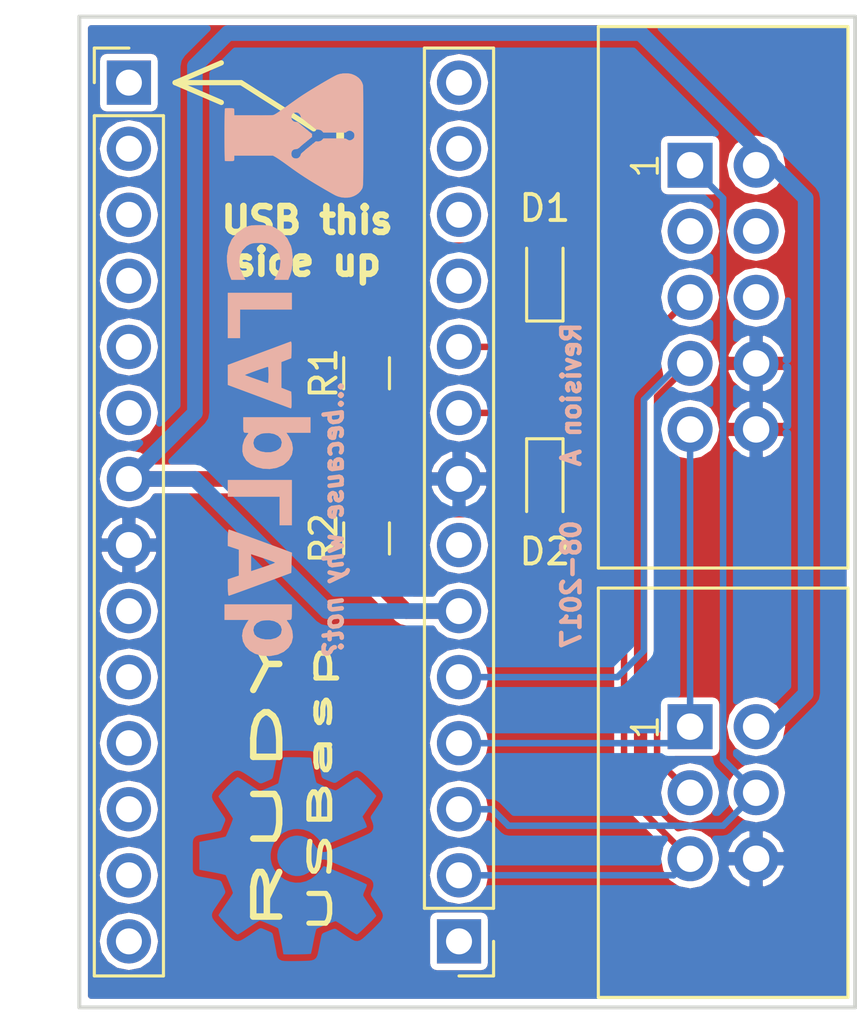
<source format=kicad_pcb>
(kicad_pcb (version 4) (host pcbnew 4.0.7-e1-6374~58~ubuntu16.04.1)

  (general
    (links 21)
    (no_connects 0)
    (area 89.459999 92.634999 119.455001 130.885001)
    (thickness 1.6)
    (drawings 14)
    (tracks 54)
    (zones 0)
    (modules 12)
    (nets 11)
  )

  (page A4)
  (layers
    (0 F.Cu signal)
    (31 B.Cu signal)
    (32 B.Adhes user)
    (33 F.Adhes user)
    (34 B.Paste user)
    (35 F.Paste user)
    (36 B.SilkS user)
    (37 F.SilkS user)
    (38 B.Mask user)
    (39 F.Mask user)
    (40 Dwgs.User user)
    (41 Cmts.User user)
    (42 Eco1.User user)
    (43 Eco2.User user)
    (44 Edge.Cuts user)
    (45 Margin user)
    (46 B.CrtYd user)
    (47 F.CrtYd user)
    (48 B.Fab user)
    (49 F.Fab user)
  )

  (setup
    (last_trace_width 0.25)
    (trace_clearance 0.2)
    (zone_clearance 0.254)
    (zone_45_only no)
    (trace_min 0.2)
    (segment_width 0.2)
    (edge_width 0.15)
    (via_size 0.6)
    (via_drill 0.4)
    (via_min_size 0.4)
    (via_min_drill 0.3)
    (uvia_size 0.3)
    (uvia_drill 0.1)
    (uvias_allowed no)
    (uvia_min_size 0.2)
    (uvia_min_drill 0.1)
    (pcb_text_width 0.3)
    (pcb_text_size 1.5 1.5)
    (mod_edge_width 0.15)
    (mod_text_size 1 1)
    (mod_text_width 0.15)
    (pad_size 1.524 1.524)
    (pad_drill 0.762)
    (pad_to_mask_clearance 0.2)
    (aux_axis_origin 0 0)
    (visible_elements FFFFFF7F)
    (pcbplotparams
      (layerselection 0x010fc_80000001)
      (usegerberextensions true)
      (excludeedgelayer true)
      (linewidth 0.100000)
      (plotframeref false)
      (viasonmask false)
      (mode 1)
      (useauxorigin false)
      (hpglpennumber 1)
      (hpglpenspeed 20)
      (hpglpendiameter 15)
      (hpglpenoverlay 2)
      (psnegative false)
      (psa4output false)
      (plotreference true)
      (plotvalue true)
      (plotinvisibletext false)
      (padsonsilk false)
      (subtractmaskfromsilk false)
      (outputformat 1)
      (mirror false)
      (drillshape 0)
      (scaleselection 1)
      (outputdirectory Gerber/))
  )

  (net 0 "")
  (net 1 "Net-(D1-Pad2)")
  (net 2 "Net-(D1-Pad1)")
  (net 3 "Net-(D2-Pad2)")
  (net 4 "Net-(D2-Pad1)")
  (net 5 VCC)
  (net 6 GND)
  (net 7 /RESET)
  (net 8 /MOSI)
  (net 9 /MISO)
  (net 10 /SCK)

  (net_class Default "This is the default net class."
    (clearance 0.2)
    (trace_width 0.25)
    (via_dia 0.6)
    (via_drill 0.4)
    (uvia_dia 0.3)
    (uvia_drill 0.1)
    (add_net /MISO)
    (add_net /MOSI)
    (add_net /RESET)
    (add_net /SCK)
    (add_net "Net-(D1-Pad1)")
    (add_net "Net-(D1-Pad2)")
    (add_net "Net-(D2-Pad1)")
    (add_net "Net-(D2-Pad2)")
  )

  (net_class Power ""
    (clearance 0.2)
    (trace_width 0.6)
    (via_dia 0.6)
    (via_drill 0.4)
    (uvia_dia 0.3)
    (uvia_drill 0.1)
    (add_net GND)
    (add_net VCC)
  )

  (module Connect:IDC_Header_Straight_10pins (layer F.Cu) (tedit 599B7B72) (tstamp 599B79D1)
    (at 113.03 98.425 270)
    (descr "10 pins through hole IDC header")
    (tags "IDC header socket VASCH")
    (path /599B7ACF)
    (fp_text reference J4 (at 5.08 -7.62 270) (layer F.SilkS) hide
      (effects (font (size 1 1) (thickness 0.15)))
    )
    (fp_text value "ISP 10pin" (at 5.08 5.223 270) (layer F.SilkS) hide
      (effects (font (size 1 1) (thickness 0.15)))
    )
    (fp_line (start -5.08 -5.82) (end 15.24 -5.82) (layer F.Fab) (width 0.1))
    (fp_line (start -4.54 -5.27) (end 14.68 -5.27) (layer F.Fab) (width 0.1))
    (fp_line (start -5.08 3.28) (end 15.24 3.28) (layer F.Fab) (width 0.1))
    (fp_line (start -4.54 2.73) (end 2.83 2.73) (layer F.Fab) (width 0.1))
    (fp_line (start 7.33 2.73) (end 14.68 2.73) (layer F.Fab) (width 0.1))
    (fp_line (start 2.83 2.73) (end 2.83 3.28) (layer F.Fab) (width 0.1))
    (fp_line (start 7.33 2.73) (end 7.33 3.28) (layer F.Fab) (width 0.1))
    (fp_line (start -5.08 -5.82) (end -5.08 3.28) (layer F.Fab) (width 0.1))
    (fp_line (start -4.54 -5.27) (end -4.54 2.73) (layer F.Fab) (width 0.1))
    (fp_line (start 15.24 -5.82) (end 15.24 3.28) (layer F.Fab) (width 0.1))
    (fp_line (start 14.68 -5.27) (end 14.68 2.73) (layer F.Fab) (width 0.1))
    (fp_line (start -5.08 -5.82) (end -4.54 -5.27) (layer F.Fab) (width 0.1))
    (fp_line (start 15.24 -5.82) (end 14.68 -5.27) (layer F.Fab) (width 0.1))
    (fp_line (start -5.08 3.28) (end -4.54 2.73) (layer F.Fab) (width 0.1))
    (fp_line (start 15.24 3.28) (end 14.68 2.73) (layer F.Fab) (width 0.1))
    (fp_line (start -5.58 -6.32) (end 15.74 -6.32) (layer F.CrtYd) (width 0.05))
    (fp_line (start 15.74 -6.32) (end 15.74 3.78) (layer F.CrtYd) (width 0.05))
    (fp_line (start 15.74 3.78) (end -5.58 3.78) (layer F.CrtYd) (width 0.05))
    (fp_line (start -5.58 3.78) (end -5.58 -6.32) (layer F.CrtYd) (width 0.05))
    (fp_text user 1 (at 0.02 1.72 270) (layer F.SilkS)
      (effects (font (size 1 1) (thickness 0.12)))
    )
    (fp_line (start -5.33 -6.07) (end 15.49 -6.07) (layer F.SilkS) (width 0.12))
    (fp_line (start 15.49 -6.07) (end 15.49 3.53) (layer F.SilkS) (width 0.12))
    (fp_line (start 15.49 3.53) (end -5.33 3.53) (layer F.SilkS) (width 0.12))
    (fp_line (start -5.33 3.53) (end -5.33 -6.07) (layer F.SilkS) (width 0.12))
    (pad 1 thru_hole rect (at 0 0 270) (size 1.7272 1.7272) (drill 1.016) (layers *.Cu *.Mask)
      (net 8 /MOSI))
    (pad 2 thru_hole oval (at 0 -2.54 270) (size 1.7272 1.7272) (drill 1.016) (layers *.Cu *.Mask)
      (net 5 VCC))
    (pad 3 thru_hole oval (at 2.54 0 270) (size 1.7272 1.7272) (drill 1.016) (layers *.Cu *.Mask))
    (pad 4 thru_hole oval (at 2.54 -2.54 270) (size 1.7272 1.7272) (drill 1.016) (layers *.Cu *.Mask))
    (pad 5 thru_hole oval (at 5.08 0 270) (size 1.7272 1.7272) (drill 1.016) (layers *.Cu *.Mask)
      (net 7 /RESET))
    (pad 6 thru_hole oval (at 5.08 -2.54 270) (size 1.7272 1.7272) (drill 1.016) (layers *.Cu *.Mask))
    (pad 7 thru_hole oval (at 7.62 0 270) (size 1.7272 1.7272) (drill 1.016) (layers *.Cu *.Mask)
      (net 10 /SCK))
    (pad 8 thru_hole oval (at 7.62 -2.54 270) (size 1.7272 1.7272) (drill 1.016) (layers *.Cu *.Mask)
      (net 6 GND))
    (pad 9 thru_hole oval (at 10.16 0 270) (size 1.7272 1.7272) (drill 1.016) (layers *.Cu *.Mask)
      (net 9 /MISO))
    (pad 10 thru_hole oval (at 10.16 -2.54 270) (size 1.7272 1.7272) (drill 1.016) (layers *.Cu *.Mask)
      (net 6 GND))
  )

  (module LEDs:LED_0805 (layer F.Cu) (tedit 599B816A) (tstamp 599B798F)
    (at 107.442 102.616 90)
    (descr "LED 0805 smd package")
    (tags "LED led 0805 SMD smd SMT smt smdled SMDLED smtled SMTLED")
    (path /599B7DD4)
    (attr smd)
    (fp_text reference D1 (at 2.54 0 180) (layer F.SilkS)
      (effects (font (size 1 1) (thickness 0.15)))
    )
    (fp_text value LED (at 0 1.55 90) (layer F.Fab)
      (effects (font (size 1 1) (thickness 0.15)))
    )
    (fp_line (start -1.8 -0.7) (end -1.8 0.7) (layer F.SilkS) (width 0.12))
    (fp_line (start -0.4 -0.4) (end -0.4 0.4) (layer F.Fab) (width 0.1))
    (fp_line (start -0.4 0) (end 0.2 -0.4) (layer F.Fab) (width 0.1))
    (fp_line (start 0.2 0.4) (end -0.4 0) (layer F.Fab) (width 0.1))
    (fp_line (start 0.2 -0.4) (end 0.2 0.4) (layer F.Fab) (width 0.1))
    (fp_line (start 1 0.6) (end -1 0.6) (layer F.Fab) (width 0.1))
    (fp_line (start 1 -0.6) (end 1 0.6) (layer F.Fab) (width 0.1))
    (fp_line (start -1 -0.6) (end 1 -0.6) (layer F.Fab) (width 0.1))
    (fp_line (start -1 0.6) (end -1 -0.6) (layer F.Fab) (width 0.1))
    (fp_line (start -1.8 0.7) (end 1 0.7) (layer F.SilkS) (width 0.12))
    (fp_line (start -1.8 -0.7) (end 1 -0.7) (layer F.SilkS) (width 0.12))
    (fp_line (start 1.95 -0.85) (end 1.95 0.85) (layer F.CrtYd) (width 0.05))
    (fp_line (start 1.95 0.85) (end -1.95 0.85) (layer F.CrtYd) (width 0.05))
    (fp_line (start -1.95 0.85) (end -1.95 -0.85) (layer F.CrtYd) (width 0.05))
    (fp_line (start -1.95 -0.85) (end 1.95 -0.85) (layer F.CrtYd) (width 0.05))
    (fp_text user %R (at 0 -1.25 90) (layer F.Fab)
      (effects (font (size 0.4 0.4) (thickness 0.1)))
    )
    (pad 2 smd rect (at 1.1 0 270) (size 1.2 1.2) (layers F.Cu F.Paste F.Mask)
      (net 1 "Net-(D1-Pad2)"))
    (pad 1 smd rect (at -1.1 0 270) (size 1.2 1.2) (layers F.Cu F.Paste F.Mask)
      (net 2 "Net-(D1-Pad1)"))
    (model ${KISYS3DMOD}/LEDs.3dshapes/LED_0805.wrl
      (at (xyz 0 0 0))
      (scale (xyz 1 1 1))
      (rotate (xyz 0 0 180))
    )
  )

  (module LEDs:LED_0805 (layer F.Cu) (tedit 599B816D) (tstamp 599B7995)
    (at 107.442 110.744 270)
    (descr "LED 0805 smd package")
    (tags "LED led 0805 SMD smd SMT smt smdled SMDLED smtled SMTLED")
    (path /599B7E7C)
    (attr smd)
    (fp_text reference D2 (at 2.54 0 360) (layer F.SilkS)
      (effects (font (size 1 1) (thickness 0.15)))
    )
    (fp_text value LED (at 0 1.55 270) (layer F.Fab)
      (effects (font (size 1 1) (thickness 0.15)))
    )
    (fp_line (start -1.8 -0.7) (end -1.8 0.7) (layer F.SilkS) (width 0.12))
    (fp_line (start -0.4 -0.4) (end -0.4 0.4) (layer F.Fab) (width 0.1))
    (fp_line (start -0.4 0) (end 0.2 -0.4) (layer F.Fab) (width 0.1))
    (fp_line (start 0.2 0.4) (end -0.4 0) (layer F.Fab) (width 0.1))
    (fp_line (start 0.2 -0.4) (end 0.2 0.4) (layer F.Fab) (width 0.1))
    (fp_line (start 1 0.6) (end -1 0.6) (layer F.Fab) (width 0.1))
    (fp_line (start 1 -0.6) (end 1 0.6) (layer F.Fab) (width 0.1))
    (fp_line (start -1 -0.6) (end 1 -0.6) (layer F.Fab) (width 0.1))
    (fp_line (start -1 0.6) (end -1 -0.6) (layer F.Fab) (width 0.1))
    (fp_line (start -1.8 0.7) (end 1 0.7) (layer F.SilkS) (width 0.12))
    (fp_line (start -1.8 -0.7) (end 1 -0.7) (layer F.SilkS) (width 0.12))
    (fp_line (start 1.95 -0.85) (end 1.95 0.85) (layer F.CrtYd) (width 0.05))
    (fp_line (start 1.95 0.85) (end -1.95 0.85) (layer F.CrtYd) (width 0.05))
    (fp_line (start -1.95 0.85) (end -1.95 -0.85) (layer F.CrtYd) (width 0.05))
    (fp_line (start -1.95 -0.85) (end 1.95 -0.85) (layer F.CrtYd) (width 0.05))
    (fp_text user %R (at 0 -1.25 270) (layer F.Fab)
      (effects (font (size 0.4 0.4) (thickness 0.1)))
    )
    (pad 2 smd rect (at 1.1 0 90) (size 1.2 1.2) (layers F.Cu F.Paste F.Mask)
      (net 3 "Net-(D2-Pad2)"))
    (pad 1 smd rect (at -1.1 0 90) (size 1.2 1.2) (layers F.Cu F.Paste F.Mask)
      (net 4 "Net-(D2-Pad1)"))
    (model ${KISYS3DMOD}/LEDs.3dshapes/LED_0805.wrl
      (at (xyz 0 0 0))
      (scale (xyz 1 1 1))
      (rotate (xyz 0 0 180))
    )
  )

  (module Pin_Headers:Pin_Header_Straight_1x14_Pitch2.54mm (layer F.Cu) (tedit 599B8843) (tstamp 599B79A7)
    (at 91.44 95.25)
    (descr "Through hole straight pin header, 1x14, 2.54mm pitch, single row")
    (tags "Through hole pin header THT 1x14 2.54mm single row")
    (path /599B7C42)
    (fp_text reference J1 (at 0 -2.33) (layer F.SilkS) hide
      (effects (font (size 1 1) (thickness 0.15)))
    )
    (fp_text value CONN_01X14 (at 0 35.35) (layer F.Fab)
      (effects (font (size 1 1) (thickness 0.15)))
    )
    (fp_line (start -0.635 -1.27) (end 1.27 -1.27) (layer F.Fab) (width 0.1))
    (fp_line (start 1.27 -1.27) (end 1.27 34.29) (layer F.Fab) (width 0.1))
    (fp_line (start 1.27 34.29) (end -1.27 34.29) (layer F.Fab) (width 0.1))
    (fp_line (start -1.27 34.29) (end -1.27 -0.635) (layer F.Fab) (width 0.1))
    (fp_line (start -1.27 -0.635) (end -0.635 -1.27) (layer F.Fab) (width 0.1))
    (fp_line (start -1.33 34.35) (end 1.33 34.35) (layer F.SilkS) (width 0.12))
    (fp_line (start -1.33 1.27) (end -1.33 34.35) (layer F.SilkS) (width 0.12))
    (fp_line (start 1.33 1.27) (end 1.33 34.35) (layer F.SilkS) (width 0.12))
    (fp_line (start -1.33 1.27) (end 1.33 1.27) (layer F.SilkS) (width 0.12))
    (fp_line (start -1.33 0) (end -1.33 -1.33) (layer F.SilkS) (width 0.12))
    (fp_line (start -1.33 -1.33) (end 0 -1.33) (layer F.SilkS) (width 0.12))
    (fp_line (start -1.8 -1.8) (end -1.8 34.8) (layer F.CrtYd) (width 0.05))
    (fp_line (start -1.8 34.8) (end 1.8 34.8) (layer F.CrtYd) (width 0.05))
    (fp_line (start 1.8 34.8) (end 1.8 -1.8) (layer F.CrtYd) (width 0.05))
    (fp_line (start 1.8 -1.8) (end -1.8 -1.8) (layer F.CrtYd) (width 0.05))
    (fp_text user %R (at 0 16.51 90) (layer F.Fab)
      (effects (font (size 1 1) (thickness 0.15)))
    )
    (pad 1 thru_hole rect (at 0 0) (size 1.7 1.7) (drill 1) (layers *.Cu *.Mask))
    (pad 2 thru_hole oval (at 0 2.54) (size 1.7 1.7) (drill 1) (layers *.Cu *.Mask))
    (pad 3 thru_hole oval (at 0 5.08) (size 1.7 1.7) (drill 1) (layers *.Cu *.Mask))
    (pad 4 thru_hole oval (at 0 7.62) (size 1.7 1.7) (drill 1) (layers *.Cu *.Mask))
    (pad 5 thru_hole oval (at 0 10.16) (size 1.7 1.7) (drill 1) (layers *.Cu *.Mask))
    (pad 6 thru_hole oval (at 0 12.7) (size 1.7 1.7) (drill 1) (layers *.Cu *.Mask))
    (pad 7 thru_hole oval (at 0 15.24) (size 1.7 1.7) (drill 1) (layers *.Cu *.Mask)
      (net 5 VCC))
    (pad 8 thru_hole oval (at 0 17.78) (size 1.7 1.7) (drill 1) (layers *.Cu *.Mask)
      (net 6 GND))
    (pad 9 thru_hole oval (at 0 20.32) (size 1.7 1.7) (drill 1) (layers *.Cu *.Mask))
    (pad 10 thru_hole oval (at 0 22.86) (size 1.7 1.7) (drill 1) (layers *.Cu *.Mask))
    (pad 11 thru_hole oval (at 0 25.4) (size 1.7 1.7) (drill 1) (layers *.Cu *.Mask))
    (pad 12 thru_hole oval (at 0 27.94) (size 1.7 1.7) (drill 1) (layers *.Cu *.Mask))
    (pad 13 thru_hole oval (at 0 30.48) (size 1.7 1.7) (drill 1) (layers *.Cu *.Mask))
    (pad 14 thru_hole oval (at 0 33.02) (size 1.7 1.7) (drill 1) (layers *.Cu *.Mask))
    (model ${KISYS3DMOD}/Pin_Headers.3dshapes/Pin_Header_Straight_1x14_Pitch2.54mm.wrl
      (at (xyz 0 0 0))
      (scale (xyz 1 1 1))
      (rotate (xyz 0 0 0))
    )
  )

  (module Pin_Headers:Pin_Header_Straight_1x14_Pitch2.54mm (layer F.Cu) (tedit 599B8848) (tstamp 599B79B9)
    (at 104.14 128.27 180)
    (descr "Through hole straight pin header, 1x14, 2.54mm pitch, single row")
    (tags "Through hole pin header THT 1x14 2.54mm single row")
    (path /599B7CFE)
    (fp_text reference J2 (at 0 -2.33 180) (layer F.SilkS) hide
      (effects (font (size 1 1) (thickness 0.15)))
    )
    (fp_text value CONN_01X14 (at 0 35.35 180) (layer F.Fab)
      (effects (font (size 1 1) (thickness 0.15)))
    )
    (fp_line (start -0.635 -1.27) (end 1.27 -1.27) (layer F.Fab) (width 0.1))
    (fp_line (start 1.27 -1.27) (end 1.27 34.29) (layer F.Fab) (width 0.1))
    (fp_line (start 1.27 34.29) (end -1.27 34.29) (layer F.Fab) (width 0.1))
    (fp_line (start -1.27 34.29) (end -1.27 -0.635) (layer F.Fab) (width 0.1))
    (fp_line (start -1.27 -0.635) (end -0.635 -1.27) (layer F.Fab) (width 0.1))
    (fp_line (start -1.33 34.35) (end 1.33 34.35) (layer F.SilkS) (width 0.12))
    (fp_line (start -1.33 1.27) (end -1.33 34.35) (layer F.SilkS) (width 0.12))
    (fp_line (start 1.33 1.27) (end 1.33 34.35) (layer F.SilkS) (width 0.12))
    (fp_line (start -1.33 1.27) (end 1.33 1.27) (layer F.SilkS) (width 0.12))
    (fp_line (start -1.33 0) (end -1.33 -1.33) (layer F.SilkS) (width 0.12))
    (fp_line (start -1.33 -1.33) (end 0 -1.33) (layer F.SilkS) (width 0.12))
    (fp_line (start -1.8 -1.8) (end -1.8 34.8) (layer F.CrtYd) (width 0.05))
    (fp_line (start -1.8 34.8) (end 1.8 34.8) (layer F.CrtYd) (width 0.05))
    (fp_line (start 1.8 34.8) (end 1.8 -1.8) (layer F.CrtYd) (width 0.05))
    (fp_line (start 1.8 -1.8) (end -1.8 -1.8) (layer F.CrtYd) (width 0.05))
    (fp_text user %R (at 0 16.51 270) (layer F.Fab)
      (effects (font (size 1 1) (thickness 0.15)))
    )
    (pad 1 thru_hole rect (at 0 0 180) (size 1.7 1.7) (drill 1) (layers *.Cu *.Mask))
    (pad 2 thru_hole oval (at 0 2.54 180) (size 1.7 1.7) (drill 1) (layers *.Cu *.Mask)
      (net 7 /RESET))
    (pad 3 thru_hole oval (at 0 5.08 180) (size 1.7 1.7) (drill 1) (layers *.Cu *.Mask)
      (net 8 /MOSI))
    (pad 4 thru_hole oval (at 0 7.62 180) (size 1.7 1.7) (drill 1) (layers *.Cu *.Mask)
      (net 9 /MISO))
    (pad 5 thru_hole oval (at 0 10.16 180) (size 1.7 1.7) (drill 1) (layers *.Cu *.Mask)
      (net 10 /SCK))
    (pad 6 thru_hole oval (at 0 12.7 180) (size 1.7 1.7) (drill 1) (layers *.Cu *.Mask)
      (net 5 VCC))
    (pad 7 thru_hole oval (at 0 15.24 180) (size 1.7 1.7) (drill 1) (layers *.Cu *.Mask))
    (pad 8 thru_hole oval (at 0 17.78 180) (size 1.7 1.7) (drill 1) (layers *.Cu *.Mask)
      (net 6 GND))
    (pad 9 thru_hole oval (at 0 20.32 180) (size 1.7 1.7) (drill 1) (layers *.Cu *.Mask)
      (net 4 "Net-(D2-Pad1)"))
    (pad 10 thru_hole oval (at 0 22.86 180) (size 1.7 1.7) (drill 1) (layers *.Cu *.Mask)
      (net 2 "Net-(D1-Pad1)"))
    (pad 11 thru_hole oval (at 0 25.4 180) (size 1.7 1.7) (drill 1) (layers *.Cu *.Mask))
    (pad 12 thru_hole oval (at 0 27.94 180) (size 1.7 1.7) (drill 1) (layers *.Cu *.Mask))
    (pad 13 thru_hole oval (at 0 30.48 180) (size 1.7 1.7) (drill 1) (layers *.Cu *.Mask))
    (pad 14 thru_hole oval (at 0 33.02 180) (size 1.7 1.7) (drill 1) (layers *.Cu *.Mask))
    (model ${KISYS3DMOD}/Pin_Headers.3dshapes/Pin_Header_Straight_1x14_Pitch2.54mm.wrl
      (at (xyz 0 0 0))
      (scale (xyz 1 1 1))
      (rotate (xyz 0 0 0))
    )
  )

  (module Connect:IDC_Header_Straight_6pins (layer F.Cu) (tedit 599B7B68) (tstamp 599B79C3)
    (at 113.03 120.015 270)
    (descr "6 pins through hole IDC header")
    (tags "IDC header socket VASCH AVR ISP")
    (path /599B7A8E)
    (fp_text reference J3 (at 3 -7.5 270) (layer F.SilkS) hide
      (effects (font (size 1 1) (thickness 0.15)))
    )
    (fp_text value "ISP 6pin" (at 3 5 270) (layer F.SilkS) hide
      (effects (font (size 1 1) (thickness 0.15)))
    )
    (fp_line (start -5.08 -5.82) (end 10.16 -5.82) (layer F.Fab) (width 0.1))
    (fp_line (start -4.54 -5.27) (end 9.6 -5.27) (layer F.Fab) (width 0.1))
    (fp_line (start -5.08 3.28) (end 10.16 3.28) (layer F.Fab) (width 0.1))
    (fp_line (start -4.54 2.73) (end 0.29 2.73) (layer F.Fab) (width 0.1))
    (fp_line (start 4.79 2.73) (end 9.6 2.73) (layer F.Fab) (width 0.1))
    (fp_line (start 0.29 2.73) (end 0.29 3.28) (layer F.Fab) (width 0.1))
    (fp_line (start 4.79 2.73) (end 4.79 3.28) (layer F.Fab) (width 0.1))
    (fp_line (start -5.08 -5.82) (end -5.08 3.28) (layer F.Fab) (width 0.1))
    (fp_line (start -4.54 -5.27) (end -4.54 2.73) (layer F.Fab) (width 0.1))
    (fp_line (start 10.16 -5.82) (end 10.16 3.28) (layer F.Fab) (width 0.1))
    (fp_line (start 9.6 -5.27) (end 9.6 2.73) (layer F.Fab) (width 0.1))
    (fp_line (start -5.08 -5.82) (end -4.54 -5.27) (layer F.Fab) (width 0.1))
    (fp_line (start 10.16 -5.82) (end 9.6 -5.27) (layer F.Fab) (width 0.1))
    (fp_line (start -5.08 3.28) (end -4.54 2.73) (layer F.Fab) (width 0.1))
    (fp_line (start 10.16 3.28) (end 9.6 2.73) (layer F.Fab) (width 0.1))
    (fp_line (start -5.58 -6.32) (end 10.66 -6.32) (layer F.CrtYd) (width 0.05))
    (fp_line (start 10.66 -6.32) (end 10.66 3.78) (layer F.CrtYd) (width 0.05))
    (fp_line (start 10.66 3.78) (end -5.58 3.78) (layer F.CrtYd) (width 0.05))
    (fp_line (start -5.58 3.78) (end -5.58 -6.32) (layer F.CrtYd) (width 0.05))
    (fp_text user 1 (at 0.02 1.72 270) (layer F.SilkS)
      (effects (font (size 1 1) (thickness 0.12)))
    )
    (fp_line (start -5.33 -6.07) (end 10.41 -6.07) (layer F.SilkS) (width 0.12))
    (fp_line (start 10.41 -6.07) (end 10.41 3.53) (layer F.SilkS) (width 0.12))
    (fp_line (start 10.41 3.53) (end -5.33 3.53) (layer F.SilkS) (width 0.12))
    (fp_line (start -5.33 3.53) (end -5.33 -6.07) (layer F.SilkS) (width 0.12))
    (pad 1 thru_hole rect (at 0 0 270) (size 1.7272 1.7272) (drill 1.016) (layers *.Cu *.Mask)
      (net 9 /MISO))
    (pad 2 thru_hole oval (at 0 -2.54 270) (size 1.7272 1.7272) (drill 1.016) (layers *.Cu *.Mask)
      (net 5 VCC))
    (pad 3 thru_hole oval (at 2.54 0 270) (size 1.7272 1.7272) (drill 1.016) (layers *.Cu *.Mask)
      (net 10 /SCK))
    (pad 4 thru_hole oval (at 2.54 -2.54 270) (size 1.7272 1.7272) (drill 1.016) (layers *.Cu *.Mask)
      (net 8 /MOSI))
    (pad 5 thru_hole oval (at 5.08 0 270) (size 1.7272 1.7272) (drill 1.016) (layers *.Cu *.Mask)
      (net 7 /RESET))
    (pad 6 thru_hole oval (at 5.08 -2.54 270) (size 1.7272 1.7272) (drill 1.016) (layers *.Cu *.Mask)
      (net 6 GND))
  )

  (module Resistors_SMD:R_0805 (layer F.Cu) (tedit 58E0A804) (tstamp 599B79D7)
    (at 100.584 106.426 90)
    (descr "Resistor SMD 0805, reflow soldering, Vishay (see dcrcw.pdf)")
    (tags "resistor 0805")
    (path /599B7D56)
    (attr smd)
    (fp_text reference R1 (at 0 -1.65 90) (layer F.SilkS)
      (effects (font (size 1 1) (thickness 0.15)))
    )
    (fp_text value 120 (at 0 1.75 90) (layer F.Fab)
      (effects (font (size 1 1) (thickness 0.15)))
    )
    (fp_text user %R (at 0 0 90) (layer F.Fab)
      (effects (font (size 0.5 0.5) (thickness 0.075)))
    )
    (fp_line (start -1 0.62) (end -1 -0.62) (layer F.Fab) (width 0.1))
    (fp_line (start 1 0.62) (end -1 0.62) (layer F.Fab) (width 0.1))
    (fp_line (start 1 -0.62) (end 1 0.62) (layer F.Fab) (width 0.1))
    (fp_line (start -1 -0.62) (end 1 -0.62) (layer F.Fab) (width 0.1))
    (fp_line (start 0.6 0.88) (end -0.6 0.88) (layer F.SilkS) (width 0.12))
    (fp_line (start -0.6 -0.88) (end 0.6 -0.88) (layer F.SilkS) (width 0.12))
    (fp_line (start -1.55 -0.9) (end 1.55 -0.9) (layer F.CrtYd) (width 0.05))
    (fp_line (start -1.55 -0.9) (end -1.55 0.9) (layer F.CrtYd) (width 0.05))
    (fp_line (start 1.55 0.9) (end 1.55 -0.9) (layer F.CrtYd) (width 0.05))
    (fp_line (start 1.55 0.9) (end -1.55 0.9) (layer F.CrtYd) (width 0.05))
    (pad 1 smd rect (at -0.95 0 90) (size 0.7 1.3) (layers F.Cu F.Paste F.Mask)
      (net 5 VCC))
    (pad 2 smd rect (at 0.95 0 90) (size 0.7 1.3) (layers F.Cu F.Paste F.Mask)
      (net 1 "Net-(D1-Pad2)"))
    (model ${KISYS3DMOD}/Resistors_SMD.3dshapes/R_0805.wrl
      (at (xyz 0 0 0))
      (scale (xyz 1 1 1))
      (rotate (xyz 0 0 0))
    )
  )

  (module Resistors_SMD:R_0805 (layer F.Cu) (tedit 58E0A804) (tstamp 599B79DD)
    (at 100.584 112.776 90)
    (descr "Resistor SMD 0805, reflow soldering, Vishay (see dcrcw.pdf)")
    (tags "resistor 0805")
    (path /599B7DA6)
    (attr smd)
    (fp_text reference R2 (at 0 -1.65 90) (layer F.SilkS)
      (effects (font (size 1 1) (thickness 0.15)))
    )
    (fp_text value 120 (at 0 1.75 90) (layer F.Fab)
      (effects (font (size 1 1) (thickness 0.15)))
    )
    (fp_text user %R (at 0 0 90) (layer F.Fab)
      (effects (font (size 0.5 0.5) (thickness 0.075)))
    )
    (fp_line (start -1 0.62) (end -1 -0.62) (layer F.Fab) (width 0.1))
    (fp_line (start 1 0.62) (end -1 0.62) (layer F.Fab) (width 0.1))
    (fp_line (start 1 -0.62) (end 1 0.62) (layer F.Fab) (width 0.1))
    (fp_line (start -1 -0.62) (end 1 -0.62) (layer F.Fab) (width 0.1))
    (fp_line (start 0.6 0.88) (end -0.6 0.88) (layer F.SilkS) (width 0.12))
    (fp_line (start -0.6 -0.88) (end 0.6 -0.88) (layer F.SilkS) (width 0.12))
    (fp_line (start -1.55 -0.9) (end 1.55 -0.9) (layer F.CrtYd) (width 0.05))
    (fp_line (start -1.55 -0.9) (end -1.55 0.9) (layer F.CrtYd) (width 0.05))
    (fp_line (start 1.55 0.9) (end 1.55 -0.9) (layer F.CrtYd) (width 0.05))
    (fp_line (start 1.55 0.9) (end -1.55 0.9) (layer F.CrtYd) (width 0.05))
    (pad 1 smd rect (at -0.95 0 90) (size 0.7 1.3) (layers F.Cu F.Paste F.Mask)
      (net 5 VCC))
    (pad 2 smd rect (at 0.95 0 90) (size 0.7 1.3) (layers F.Cu F.Paste F.Mask)
      (net 3 "Net-(D2-Pad2)"))
    (model ${KISYS3DMOD}/Resistors_SMD.3dshapes/R_0805.wrl
      (at (xyz 0 0 0))
      (scale (xyz 1 1 1))
      (rotate (xyz 0 0 0))
    )
  )

  (module Artwork_4chord-midi:oshw-mask (layer B.Cu) (tedit 0) (tstamp 599B8E86)
    (at 97.536 124.968 270)
    (fp_text reference G*** (at 0 0 270) (layer B.SilkS) hide
      (effects (font (thickness 0.3)) (justify mirror))
    )
    (fp_text value LOGO (at 0.75 0 270) (layer B.SilkS) hide
      (effects (font (thickness 0.3)) (justify mirror))
    )
    (fp_poly (pts (xy 0.64047 2.889672) (xy 0.670098 2.736551) (xy 0.698254 2.600356) (xy 0.723117 2.489182)
      (xy 0.742866 2.411128) (xy 0.75568 2.37429) (xy 0.756643 2.373046) (xy 0.788504 2.354888)
      (xy 0.8571 2.32307) (xy 0.951446 2.282082) (xy 1.060556 2.236414) (xy 1.173444 2.190554)
      (xy 1.279124 2.148993) (xy 1.366611 2.11622) (xy 1.42492 2.096724) (xy 1.441256 2.093266)
      (xy 1.470221 2.107113) (xy 1.533986 2.145629) (xy 1.625474 2.204277) (xy 1.737608 2.278519)
      (xy 1.863314 2.36382) (xy 1.864193 2.364424) (xy 1.990656 2.45071) (xy 2.104075 2.527104)
      (xy 2.197204 2.588805) (xy 2.262792 2.631009) (xy 2.2935 2.648878) (xy 2.321564 2.635863)
      (xy 2.377672 2.592097) (xy 2.455103 2.524219) (xy 2.547138 2.438868) (xy 2.647056 2.342686)
      (xy 2.748137 2.242312) (xy 2.843662 2.144387) (xy 2.926911 2.055549) (xy 2.991164 1.98244)
      (xy 3.029701 1.931699) (xy 3.037789 1.913435) (xy 3.023934 1.880434) (xy 2.985416 1.812953)
      (xy 2.926805 1.718373) (xy 2.85267 1.604071) (xy 2.769749 1.480603) (xy 2.685 1.354791)
      (xy 2.611274 1.242206) (xy 2.55312 1.15005) (xy 2.515083 1.085528) (xy 2.501708 1.056012)
      (xy 2.511533 1.021422) (xy 2.537966 0.951032) (xy 2.576444 0.8555) (xy 2.622403 0.745482)
      (xy 2.67128 0.631637) (xy 2.718513 0.524623) (xy 2.759538 0.435098) (xy 2.789791 0.37372)
      (xy 2.803062 0.352154) (xy 2.830915 0.343432) (xy 2.899522 0.327195) (xy 2.999456 0.305335)
      (xy 3.121288 0.279747) (xy 3.255592 0.252322) (xy 3.392939 0.224953) (xy 3.523903 0.199533)
      (xy 3.639056 0.177955) (xy 3.728971 0.162111) (xy 3.78422 0.153895) (xy 3.794194 0.153166)
      (xy 3.799541 0.12918) (xy 3.803123 0.063315) (xy 3.805079 -0.035287) (xy 3.805545 -0.157484)
      (xy 3.804662 -0.294135) (xy 3.802566 -0.436098) (xy 3.799395 -0.574233) (xy 3.795288 -0.699397)
      (xy 3.790383 -0.80245) (xy 3.784818 -0.874249) (xy 3.778731 -0.905654) (xy 3.778194 -0.906167)
      (xy 3.745912 -0.91576) (xy 3.671971 -0.932709) (xy 3.564934 -0.955207) (xy 3.433369 -0.981447)
      (xy 3.304036 -1.00621) (xy 3.15499 -1.03581) (xy 3.023696 -1.064907) (xy 2.918664 -1.091384)
      (xy 2.848402 -1.113123) (xy 2.822613 -1.126024) (xy 2.801725 -1.161981) (xy 2.76767 -1.234727)
      (xy 2.724824 -1.333408) (xy 2.677561 -1.447169) (xy 2.630256 -1.565157) (xy 2.587284 -1.676517)
      (xy 2.553021 -1.770395) (xy 2.53184 -1.835936) (xy 2.527141 -1.859089) (xy 2.541084 -1.890255)
      (xy 2.579699 -1.955693) (xy 2.638262 -2.047933) (xy 2.712049 -2.159503) (xy 2.782513 -2.262948)
      (xy 2.865598 -2.385735) (xy 2.937376 -2.496326) (xy 2.993097 -2.587032) (xy 3.028013 -2.650166)
      (xy 3.037789 -2.676161) (xy 3.02058 -2.704816) (xy 2.973437 -2.761962) (xy 2.903086 -2.840681)
      (xy 2.816253 -2.934057) (xy 2.719665 -3.035174) (xy 2.620047 -3.137116) (xy 2.524126 -3.232965)
      (xy 2.438628 -3.315807) (xy 2.370278 -3.378724) (xy 2.325804 -3.414801) (xy 2.313719 -3.420703)
      (xy 2.286552 -3.406926) (xy 2.224849 -3.368779) (xy 2.135991 -3.311037) (xy 2.027362 -3.238477)
      (xy 1.937763 -3.177484) (xy 1.817309 -3.095568) (xy 1.709359 -3.023487) (xy 1.621837 -2.96643)
      (xy 1.562666 -2.929582) (xy 1.542131 -2.918503) (xy 1.500072 -2.921412) (xy 1.427316 -2.943964)
      (xy 1.33813 -2.981625) (xy 1.327437 -2.986734) (xy 1.239165 -3.025589) (xy 1.165842 -3.050898)
      (xy 1.121565 -3.057915) (xy 1.118367 -3.057122) (xy 1.103052 -3.032305) (xy 1.071056 -2.966864)
      (xy 1.025187 -2.86736) (xy 0.968257 -2.740358) (xy 0.903075 -2.59242) (xy 0.832451 -2.430109)
      (xy 0.759196 -2.25999) (xy 0.686118 -2.088624) (xy 0.616029 -1.922574) (xy 0.551738 -1.768405)
      (xy 0.496055 -1.632679) (xy 0.45179 -1.521959) (xy 0.421754 -1.442808) (xy 0.408756 -1.401789)
      (xy 0.408442 -1.399006) (xy 0.427565 -1.377774) (xy 0.47863 -1.33451) (xy 0.552177 -1.27706)
      (xy 0.586148 -1.251586) (xy 0.764056 -1.0918) (xy 0.899483 -0.911344) (xy 0.992014 -0.715978)
      (xy 1.041233 -0.511461) (xy 1.046726 -0.303552) (xy 1.008078 -0.09801) (xy 0.924873 0.099405)
      (xy 0.796696 0.282935) (xy 0.703686 0.37882) (xy 0.527636 0.509759) (xy 0.338522 0.595728)
      (xy 0.142041 0.63924) (xy -0.056112 0.642807) (xy -0.25024 0.608944) (xy -0.434649 0.540164)
      (xy -0.603642 0.43898) (xy -0.751524 0.307906) (xy -0.872599 0.149454) (xy -0.961171 -0.033861)
      (xy -1.011544 -0.239526) (xy -1.021106 -0.382278) (xy -0.996973 -0.610942) (xy -0.92507 -0.822294)
      (xy -0.806135 -1.014937) (xy -0.640909 -1.187474) (xy -0.560621 -1.251586) (xy -0.480668 -1.312545)
      (xy -0.419373 -1.36249) (xy -0.386195 -1.393576) (xy -0.382915 -1.399006) (xy -0.392627 -1.432796)
      (xy -0.419889 -1.505854) (xy -0.461888 -1.611614) (xy -0.515813 -1.743514) (xy -0.578849 -1.894991)
      (xy -0.648186 -2.059481) (xy -0.721011 -2.230421) (xy -0.794511 -2.401249) (xy -0.865874 -2.565399)
      (xy -0.932288 -2.71631) (xy -0.990939 -2.847418) (xy -1.039017 -2.95216) (xy -1.073708 -3.023973)
      (xy -1.092199 -3.056292) (xy -1.093544 -3.057392) (xy -1.132254 -3.053219) (xy -1.202373 -3.029686)
      (xy -1.290304 -2.991543) (xy -1.311532 -2.981245) (xy -1.493367 -2.891223) (xy -1.880328 -3.155963)
      (xy -2.004404 -3.240073) (xy -2.11439 -3.313161) (xy -2.203243 -3.370665) (xy -2.263921 -3.408024)
      (xy -2.289112 -3.420703) (xy -2.313092 -3.403434) (xy -2.36701 -3.355321) (xy -2.44499 -3.281907)
      (xy -2.541156 -3.188735) (xy -2.64963 -3.081347) (xy -2.661598 -3.069368) (xy -2.770297 -2.958356)
      (xy -2.865285 -2.857324) (xy -2.940976 -2.772547) (xy -2.991782 -2.7103) (xy -3.012117 -2.676859)
      (xy -3.012261 -2.675488) (xy -2.998301 -2.641409) (xy -2.959586 -2.573334) (xy -2.900863 -2.478935)
      (xy -2.82688 -2.365885) (xy -2.756985 -2.262948) (xy -2.674043 -2.140894) (xy -2.602348 -2.031881)
      (xy -2.546622 -1.943379) (xy -2.511591 -1.882859) (xy -2.501614 -1.859089) (xy -2.511088 -1.819716)
      (xy -2.536695 -1.744442) (xy -2.574059 -1.64412) (xy -2.618806 -1.529606) (xy -2.66656 -1.411752)
      (xy -2.712947 -1.301415) (xy -2.753591 -1.209446) (xy -2.784118 -1.146702) (xy -2.797086 -1.126024)
      (xy -2.832128 -1.109809) (xy -2.908984 -1.087103) (xy -3.019146 -1.060024) (xy -3.154104 -1.030689)
      (xy -3.278509 -1.00621) (xy -3.42458 -0.978173) (xy -3.553663 -0.952285) (xy -3.657194 -0.930355)
      (xy -3.726605 -0.914191) (xy -3.752666 -0.906167) (xy -3.758791 -0.878619) (xy -3.764406 -0.809899)
      (xy -3.769373 -0.709149) (xy -3.773553 -0.585509) (xy -3.776808 -0.448121) (xy -3.779001 -0.306128)
      (xy -3.779993 -0.168669) (xy -3.779646 -0.044888) (xy -3.777823 0.056076) (xy -3.774385 0.12508)
      (xy -3.769193 0.152982) (xy -3.768666 0.153166) (xy -3.729137 0.157972) (xy -3.651344 0.171127)
      (xy -3.544713 0.19074) (xy -3.418672 0.214916) (xy -3.282649 0.241764) (xy -3.146071 0.269391)
      (xy -3.018365 0.295904) (xy -2.90896 0.31941) (xy -2.827281 0.338017) (xy -2.782758 0.349832)
      (xy -2.777534 0.352154) (xy -2.758993 0.383818) (xy -2.726083 0.452034) (xy -2.683366 0.546144)
      (xy -2.635405 0.65549) (xy -2.586764 0.769414) (xy -2.542006 0.877258) (xy -2.505694 0.968365)
      (xy -2.482391 1.032076) (xy -2.476181 1.056012) (xy -2.489993 1.086325) (xy -2.528396 1.151358)
      (xy -2.586843 1.243907) (xy -2.660786 1.356767) (xy -2.744221 1.480603) (xy -2.829098 1.607034)
      (xy -2.902909 1.720942) (xy -2.961085 1.81495) (xy -2.999056 1.881678) (xy -3.012261 1.913435)
      (xy -2.994894 1.945312) (xy -2.947272 2.004042) (xy -2.876116 2.082985) (xy -2.788145 2.175501)
      (xy -2.69008 2.274949) (xy -2.588639 2.37469) (xy -2.490544 2.468084) (xy -2.402513 2.54849)
      (xy -2.331268 2.609269) (xy -2.283527 2.643781) (xy -2.267972 2.648878) (xy -2.236853 2.630752)
      (xy -2.171006 2.588366) (xy -2.077679 2.526524) (xy -1.964121 2.450027) (xy -1.838666 2.364424)
      (xy -1.712893 2.279064) (xy -1.600643 2.204731) (xy -1.508991 2.145963) (xy -1.445015 2.107296)
      (xy -1.415792 2.093267) (xy -1.415729 2.093266) (xy -1.379984 2.102737) (xy -1.308527 2.128154)
      (xy -1.212343 2.16503) (xy -1.102418 2.208874) (xy -0.989737 2.255197) (xy -0.885287 2.299509)
      (xy -0.800052 2.337322) (xy -0.745018 2.364146) (xy -0.731115 2.373046) (xy -0.719232 2.404529)
      (xy -0.700201 2.478176) (xy -0.675843 2.585891) (xy -0.647978 2.719576) (xy -0.618428 2.871133)
      (xy -0.614942 2.889672) (xy -0.522655 3.382412) (xy 0.548183 3.382412) (xy 0.64047 2.889672)) (layer B.Mask) (width 0.002))
  )

  (module Artwork_4chord-midi:oshw-cooper (layer B.Cu) (tedit 0) (tstamp 599B94D8)
    (at 97.536 124.968 270)
    (fp_text reference G*** (at 0 0 270) (layer B.SilkS) hide
      (effects (font (thickness 0.3)) (justify mirror))
    )
    (fp_text value LOGO (at 0.75 0 270) (layer B.SilkS) hide
      (effects (font (thickness 0.3)) (justify mirror))
    )
    (fp_poly (pts (xy 0.64047 2.889672) (xy 0.670098 2.736551) (xy 0.698254 2.600356) (xy 0.723117 2.489182)
      (xy 0.742866 2.411128) (xy 0.75568 2.37429) (xy 0.756643 2.373046) (xy 0.788504 2.354888)
      (xy 0.8571 2.32307) (xy 0.951446 2.282082) (xy 1.060556 2.236414) (xy 1.173444 2.190554)
      (xy 1.279124 2.148993) (xy 1.366611 2.11622) (xy 1.42492 2.096724) (xy 1.441256 2.093266)
      (xy 1.470221 2.107113) (xy 1.533986 2.145629) (xy 1.625474 2.204277) (xy 1.737608 2.278519)
      (xy 1.863314 2.36382) (xy 1.864193 2.364424) (xy 1.990656 2.45071) (xy 2.104075 2.527104)
      (xy 2.197204 2.588805) (xy 2.262792 2.631009) (xy 2.2935 2.648878) (xy 2.321564 2.635863)
      (xy 2.377672 2.592097) (xy 2.455103 2.524219) (xy 2.547138 2.438868) (xy 2.647056 2.342686)
      (xy 2.748137 2.242312) (xy 2.843662 2.144387) (xy 2.926911 2.055549) (xy 2.991164 1.98244)
      (xy 3.029701 1.931699) (xy 3.037789 1.913435) (xy 3.023934 1.880434) (xy 2.985416 1.812953)
      (xy 2.926805 1.718373) (xy 2.85267 1.604071) (xy 2.769749 1.480603) (xy 2.685 1.354791)
      (xy 2.611274 1.242206) (xy 2.55312 1.15005) (xy 2.515083 1.085528) (xy 2.501708 1.056012)
      (xy 2.511533 1.021422) (xy 2.537966 0.951032) (xy 2.576444 0.8555) (xy 2.622403 0.745482)
      (xy 2.67128 0.631637) (xy 2.718513 0.524623) (xy 2.759538 0.435098) (xy 2.789791 0.37372)
      (xy 2.803062 0.352154) (xy 2.830915 0.343432) (xy 2.899522 0.327195) (xy 2.999456 0.305335)
      (xy 3.121288 0.279747) (xy 3.255592 0.252322) (xy 3.392939 0.224953) (xy 3.523903 0.199533)
      (xy 3.639056 0.177955) (xy 3.728971 0.162111) (xy 3.78422 0.153895) (xy 3.794194 0.153166)
      (xy 3.799541 0.12918) (xy 3.803123 0.063315) (xy 3.805079 -0.035287) (xy 3.805545 -0.157484)
      (xy 3.804662 -0.294135) (xy 3.802566 -0.436098) (xy 3.799395 -0.574233) (xy 3.795288 -0.699397)
      (xy 3.790383 -0.80245) (xy 3.784818 -0.874249) (xy 3.778731 -0.905654) (xy 3.778194 -0.906167)
      (xy 3.745912 -0.91576) (xy 3.671971 -0.932709) (xy 3.564934 -0.955207) (xy 3.433369 -0.981447)
      (xy 3.304036 -1.00621) (xy 3.15499 -1.03581) (xy 3.023696 -1.064907) (xy 2.918664 -1.091384)
      (xy 2.848402 -1.113123) (xy 2.822613 -1.126024) (xy 2.801725 -1.161981) (xy 2.76767 -1.234727)
      (xy 2.724824 -1.333408) (xy 2.677561 -1.447169) (xy 2.630256 -1.565157) (xy 2.587284 -1.676517)
      (xy 2.553021 -1.770395) (xy 2.53184 -1.835936) (xy 2.527141 -1.859089) (xy 2.541084 -1.890255)
      (xy 2.579699 -1.955693) (xy 2.638262 -2.047933) (xy 2.712049 -2.159503) (xy 2.782513 -2.262948)
      (xy 2.865598 -2.385735) (xy 2.937376 -2.496326) (xy 2.993097 -2.587032) (xy 3.028013 -2.650166)
      (xy 3.037789 -2.676161) (xy 3.02058 -2.704816) (xy 2.973437 -2.761962) (xy 2.903086 -2.840681)
      (xy 2.816253 -2.934057) (xy 2.719665 -3.035174) (xy 2.620047 -3.137116) (xy 2.524126 -3.232965)
      (xy 2.438628 -3.315807) (xy 2.370278 -3.378724) (xy 2.325804 -3.414801) (xy 2.313719 -3.420703)
      (xy 2.286552 -3.406926) (xy 2.224849 -3.368779) (xy 2.135991 -3.311037) (xy 2.027362 -3.238477)
      (xy 1.937763 -3.177484) (xy 1.817309 -3.095568) (xy 1.709359 -3.023487) (xy 1.621837 -2.96643)
      (xy 1.562666 -2.929582) (xy 1.542131 -2.918503) (xy 1.500072 -2.921412) (xy 1.427316 -2.943964)
      (xy 1.33813 -2.981625) (xy 1.327437 -2.986734) (xy 1.239165 -3.025589) (xy 1.165842 -3.050898)
      (xy 1.121565 -3.057915) (xy 1.118367 -3.057122) (xy 1.103052 -3.032305) (xy 1.071056 -2.966864)
      (xy 1.025187 -2.86736) (xy 0.968257 -2.740358) (xy 0.903075 -2.59242) (xy 0.832451 -2.430109)
      (xy 0.759196 -2.25999) (xy 0.686118 -2.088624) (xy 0.616029 -1.922574) (xy 0.551738 -1.768405)
      (xy 0.496055 -1.632679) (xy 0.45179 -1.521959) (xy 0.421754 -1.442808) (xy 0.408756 -1.401789)
      (xy 0.408442 -1.399006) (xy 0.427565 -1.377774) (xy 0.47863 -1.33451) (xy 0.552177 -1.27706)
      (xy 0.586148 -1.251586) (xy 0.764056 -1.0918) (xy 0.899483 -0.911344) (xy 0.992014 -0.715978)
      (xy 1.041233 -0.511461) (xy 1.046726 -0.303552) (xy 1.008078 -0.09801) (xy 0.924873 0.099405)
      (xy 0.796696 0.282935) (xy 0.703686 0.37882) (xy 0.527636 0.509759) (xy 0.338522 0.595728)
      (xy 0.142041 0.63924) (xy -0.056112 0.642807) (xy -0.25024 0.608944) (xy -0.434649 0.540164)
      (xy -0.603642 0.43898) (xy -0.751524 0.307906) (xy -0.872599 0.149454) (xy -0.961171 -0.033861)
      (xy -1.011544 -0.239526) (xy -1.021106 -0.382278) (xy -0.996973 -0.610942) (xy -0.92507 -0.822294)
      (xy -0.806135 -1.014937) (xy -0.640909 -1.187474) (xy -0.560621 -1.251586) (xy -0.480668 -1.312545)
      (xy -0.419373 -1.36249) (xy -0.386195 -1.393576) (xy -0.382915 -1.399006) (xy -0.392627 -1.432796)
      (xy -0.419889 -1.505854) (xy -0.461888 -1.611614) (xy -0.515813 -1.743514) (xy -0.578849 -1.894991)
      (xy -0.648186 -2.059481) (xy -0.721011 -2.230421) (xy -0.794511 -2.401249) (xy -0.865874 -2.565399)
      (xy -0.932288 -2.71631) (xy -0.990939 -2.847418) (xy -1.039017 -2.95216) (xy -1.073708 -3.023973)
      (xy -1.092199 -3.056292) (xy -1.093544 -3.057392) (xy -1.132254 -3.053219) (xy -1.202373 -3.029686)
      (xy -1.290304 -2.991543) (xy -1.311532 -2.981245) (xy -1.493367 -2.891223) (xy -1.880328 -3.155963)
      (xy -2.004404 -3.240073) (xy -2.11439 -3.313161) (xy -2.203243 -3.370665) (xy -2.263921 -3.408024)
      (xy -2.289112 -3.420703) (xy -2.313092 -3.403434) (xy -2.36701 -3.355321) (xy -2.44499 -3.281907)
      (xy -2.541156 -3.188735) (xy -2.64963 -3.081347) (xy -2.661598 -3.069368) (xy -2.770297 -2.958356)
      (xy -2.865285 -2.857324) (xy -2.940976 -2.772547) (xy -2.991782 -2.7103) (xy -3.012117 -2.676859)
      (xy -3.012261 -2.675488) (xy -2.998301 -2.641409) (xy -2.959586 -2.573334) (xy -2.900863 -2.478935)
      (xy -2.82688 -2.365885) (xy -2.756985 -2.262948) (xy -2.674043 -2.140894) (xy -2.602348 -2.031881)
      (xy -2.546622 -1.943379) (xy -2.511591 -1.882859) (xy -2.501614 -1.859089) (xy -2.511088 -1.819716)
      (xy -2.536695 -1.744442) (xy -2.574059 -1.64412) (xy -2.618806 -1.529606) (xy -2.66656 -1.411752)
      (xy -2.712947 -1.301415) (xy -2.753591 -1.209446) (xy -2.784118 -1.146702) (xy -2.797086 -1.126024)
      (xy -2.832128 -1.109809) (xy -2.908984 -1.087103) (xy -3.019146 -1.060024) (xy -3.154104 -1.030689)
      (xy -3.278509 -1.00621) (xy -3.42458 -0.978173) (xy -3.553663 -0.952285) (xy -3.657194 -0.930355)
      (xy -3.726605 -0.914191) (xy -3.752666 -0.906167) (xy -3.758791 -0.878619) (xy -3.764406 -0.809899)
      (xy -3.769373 -0.709149) (xy -3.773553 -0.585509) (xy -3.776808 -0.448121) (xy -3.779001 -0.306128)
      (xy -3.779993 -0.168669) (xy -3.779646 -0.044888) (xy -3.777823 0.056076) (xy -3.774385 0.12508)
      (xy -3.769193 0.152982) (xy -3.768666 0.153166) (xy -3.729137 0.157972) (xy -3.651344 0.171127)
      (xy -3.544713 0.19074) (xy -3.418672 0.214916) (xy -3.282649 0.241764) (xy -3.146071 0.269391)
      (xy -3.018365 0.295904) (xy -2.90896 0.31941) (xy -2.827281 0.338017) (xy -2.782758 0.349832)
      (xy -2.777534 0.352154) (xy -2.758993 0.383818) (xy -2.726083 0.452034) (xy -2.683366 0.546144)
      (xy -2.635405 0.65549) (xy -2.586764 0.769414) (xy -2.542006 0.877258) (xy -2.505694 0.968365)
      (xy -2.482391 1.032076) (xy -2.476181 1.056012) (xy -2.489993 1.086325) (xy -2.528396 1.151358)
      (xy -2.586843 1.243907) (xy -2.660786 1.356767) (xy -2.744221 1.480603) (xy -2.829098 1.607034)
      (xy -2.902909 1.720942) (xy -2.961085 1.81495) (xy -2.999056 1.881678) (xy -3.012261 1.913435)
      (xy -2.994894 1.945312) (xy -2.947272 2.004042) (xy -2.876116 2.082985) (xy -2.788145 2.175501)
      (xy -2.69008 2.274949) (xy -2.588639 2.37469) (xy -2.490544 2.468084) (xy -2.402513 2.54849)
      (xy -2.331268 2.609269) (xy -2.283527 2.643781) (xy -2.267972 2.648878) (xy -2.236853 2.630752)
      (xy -2.171006 2.588366) (xy -2.077679 2.526524) (xy -1.964121 2.450027) (xy -1.838666 2.364424)
      (xy -1.712893 2.279064) (xy -1.600643 2.204731) (xy -1.508991 2.145963) (xy -1.445015 2.107296)
      (xy -1.415792 2.093267) (xy -1.415729 2.093266) (xy -1.379984 2.102737) (xy -1.308527 2.128154)
      (xy -1.212343 2.16503) (xy -1.102418 2.208874) (xy -0.989737 2.255197) (xy -0.885287 2.299509)
      (xy -0.800052 2.337322) (xy -0.745018 2.364146) (xy -0.731115 2.373046) (xy -0.719232 2.404529)
      (xy -0.700201 2.478176) (xy -0.675843 2.585891) (xy -0.647978 2.719576) (xy -0.618428 2.871133)
      (xy -0.614942 2.889672) (xy -0.522655 3.382412) (xy 0.548183 3.382412) (xy 0.64047 2.889672)) (layer B.Cu) (width 0.002))
  )

  (module Artwork_4chord-midi:craplab (layer B.Cu) (tedit 0) (tstamp 599B9FC7)
    (at 96.52 108.966 270)
    (fp_text reference G*** (at 0 0 270) (layer B.SilkS) hide
      (effects (font (thickness 0.3)) (justify mirror))
    )
    (fp_text value LOGO (at 0.75 0 270) (layer B.SilkS) hide
      (effects (font (thickness 0.3)) (justify mirror))
    )
    (fp_poly (pts (xy 0.621661 0.674514) (xy 0.810025 0.560454) (xy 0.959404 0.385665) (xy 1.06627 0.1663)
      (xy 1.127095 -0.081486) (xy 1.138351 -0.341539) (xy 1.09651 -0.597704) (xy 0.998044 -0.833828)
      (xy 0.963173 -0.889297) (xy 0.790418 -1.076376) (xy 0.583869 -1.190297) (xy 0.355952 -1.228837)
      (xy 0.119093 -1.189775) (xy -0.101576 -1.079656) (xy -0.254 -0.976218) (xy -0.254 -1.905)
      (xy -0.846667 -1.905) (xy -0.846667 -0.308159) (xy -0.245458 -0.308159) (xy -0.209826 -0.506054)
      (xy -0.132617 -0.661592) (xy -0.021653 -0.764806) (xy 0.115241 -0.805729) (xy 0.27024 -0.774395)
      (xy 0.3027 -0.758592) (xy 0.37659 -0.689391) (xy 0.442757 -0.581642) (xy 0.448084 -0.569452)
      (xy 0.496323 -0.385191) (xy 0.501859 -0.187724) (xy 0.468837 -0.000437) (xy 0.401404 0.153283)
      (xy 0.303705 0.250051) (xy 0.3027 0.250593) (xy 0.143589 0.295359) (xy -0.004367 0.264105)
      (xy -0.127179 0.165431) (xy -0.210855 0.007936) (xy -0.231686 -0.077874) (xy -0.245458 -0.308159)
      (xy -0.846667 -0.308159) (xy -0.846667 0.677333) (xy -0.550333 0.677333) (xy -0.395577 0.675952)
      (xy -0.307015 0.667135) (xy -0.266177 0.643879) (xy -0.254594 0.599177) (xy -0.254 0.564939)
      (xy -0.248889 0.488299) (xy -0.221065 0.485345) (xy -0.178368 0.520991) (xy 0.005809 0.637131)
      (xy 0.228799 0.702615) (xy 0.458424 0.71127) (xy 0.621661 0.674514)) (layer B.SilkS) (width 0.01))
    (fp_poly (pts (xy -6.819264 1.302089) (xy -6.632507 1.281664) (xy -6.452249 1.247694) (xy -6.31825 1.207791)
      (xy -6.138333 1.133807) (xy -6.138333 0.598627) (xy -6.325145 0.703038) (xy -6.57463 0.805129)
      (xy -6.824496 0.839789) (xy -7.059762 0.809224) (xy -7.265446 0.715642) (xy -7.426569 0.561248)
      (xy -7.44238 0.538463) (xy -7.503061 0.435041) (xy -7.537697 0.334453) (xy -7.553198 0.206658)
      (xy -7.5565 0.042333) (xy -7.552365 -0.136026) (xy -7.535354 -0.259971) (xy -7.498556 -0.359542)
      (xy -7.44238 -0.453796) (xy -7.28769 -0.615425) (xy -7.086617 -0.71651) (xy -6.854145 -0.754846)
      (xy -6.605253 -0.728225) (xy -6.354922 -0.63444) (xy -6.325145 -0.618371) (xy -6.138333 -0.51396)
      (xy -6.138333 -1.04914) (xy -6.31825 -1.123673) (xy -6.525655 -1.181781) (xy -6.779854 -1.212391)
      (xy -7.047299 -1.21472) (xy -7.294442 -1.187983) (xy -7.44199 -1.149936) (xy -7.72678 -1.010165)
      (xy -7.952865 -0.811886) (xy -8.106833 -0.589346) (xy -8.167416 -0.47235) (xy -8.204996 -0.370494)
      (xy -8.224976 -0.256918) (xy -8.232755 -0.104764) (xy -8.233833 0.042333) (xy -8.231437 0.238673)
      (xy -8.22064 0.37738) (xy -8.196034 0.485436) (xy -8.15221 0.589823) (xy -8.106833 0.675828)
      (xy -7.921438 0.931242) (xy -7.682911 1.122039) (xy -7.394811 1.246487) (xy -7.060697 1.302856)
      (xy -6.819264 1.302089)) (layer B.SilkS) (width 0.01))
    (fp_poly (pts (xy 6.942667 0.468218) (xy 7.095091 0.571656) (xy 7.326015 0.68663) (xy 7.552761 0.723729)
      (xy 7.766513 0.689621) (xy 7.958453 0.590971) (xy 8.119764 0.434446) (xy 8.24163 0.226711)
      (xy 8.315232 -0.025568) (xy 8.331754 -0.315725) (xy 8.328846 -0.361078) (xy 8.274537 -0.644236)
      (xy 8.166016 -0.879165) (xy 8.012226 -1.059294) (xy 7.822112 -1.178054) (xy 7.604617 -1.228877)
      (xy 7.368686 -1.205192) (xy 7.240259 -1.160633) (xy 7.12043 -1.099172) (xy 7.024629 -1.03449)
      (xy 7.018009 -1.028729) (xy 6.963543 -0.987097) (xy 6.944673 -1.011529) (xy 6.942667 -1.072939)
      (xy 6.939023 -1.131636) (xy 6.915778 -1.165226) (xy 6.854462 -1.180715) (xy 6.736604 -1.185108)
      (xy 6.646333 -1.185333) (xy 6.35 -1.185333) (xy 6.35 -0.308159) (xy 6.951209 -0.308159)
      (xy 6.98684 -0.506054) (xy 7.06405 -0.661592) (xy 7.175014 -0.764806) (xy 7.311907 -0.805729)
      (xy 7.466906 -0.774395) (xy 7.499367 -0.758592) (xy 7.573256 -0.689391) (xy 7.639424 -0.581642)
      (xy 7.64475 -0.569452) (xy 7.69299 -0.385191) (xy 7.698526 -0.187724) (xy 7.665504 -0.000437)
      (xy 7.59807 0.153283) (xy 7.500371 0.250051) (xy 7.499367 0.250593) (xy 7.340256 0.295359)
      (xy 7.1923 0.264105) (xy 7.069488 0.165431) (xy 6.985811 0.007936) (xy 6.964981 -0.077874)
      (xy 6.951209 -0.308159) (xy 6.35 -0.308159) (xy 6.35 1.397) (xy 6.942667 1.397)
      (xy 6.942667 0.468218)) (layer B.SilkS) (width 0.01))
    (fp_poly (pts (xy -3.894667 0.804333) (xy -4.995333 0.804333) (xy -4.995333 -1.185333) (xy -5.630333 -1.185333)
      (xy -5.630333 1.27) (xy -3.894667 1.27) (xy -3.894667 0.804333)) (layer B.SilkS) (width 0.01))
    (fp_poly (pts (xy -1.649464 0.079063) (xy -1.537665 -0.221483) (xy -1.435251 -0.496736) (xy -1.34599 -0.736578)
      (xy -1.273648 -0.930887) (xy -1.221992 -1.069545) (xy -1.194789 -1.142432) (xy -1.191771 -1.150459)
      (xy -1.223284 -1.167606) (xy -1.321832 -1.177175) (xy -1.470002 -1.177706) (xy -1.503915 -1.176605)
      (xy -1.83079 -1.164167) (xy -1.905136 -0.973667) (xy -1.979483 -0.783167) (xy -2.973518 -0.783167)
      (xy -3.047864 -0.973667) (xy -3.122211 -1.164167) (xy -3.449085 -1.176605) (xy -3.605059 -1.178048)
      (xy -3.714879 -1.170163) (xy -3.761133 -1.154409) (xy -3.76123 -1.150459) (xy -3.74327 -1.102429)
      (xy -3.699567 -0.985162) (xy -3.633887 -0.808776) (xy -3.549997 -0.583393) (xy -3.451664 -0.319131)
      (xy -3.435056 -0.274486) (xy -2.794 -0.274486) (xy -2.75512 -0.28493) (xy -2.652275 -0.292655)
      (xy -2.506157 -0.296238) (xy -2.4765 -0.296333) (xy -2.324727 -0.293526) (xy -2.212458 -0.2861)
      (xy -2.160384 -0.27555) (xy -2.159 -0.273408) (xy -2.172132 -0.225202) (xy -2.206829 -0.118348)
      (xy -2.256039 0.02697) (xy -2.312712 0.190569) (xy -2.369798 0.352265) (xy -2.420246 0.491873)
      (xy -2.457004 0.589211) (xy -2.472444 0.623889) (xy -2.489638 0.591753) (xy -2.527091 0.498533)
      (xy -2.577956 0.363353) (xy -2.63539 0.205341) (xy -2.692545 0.043622) (xy -2.742576 -0.102679)
      (xy -2.778637 -0.214435) (xy -2.793883 -0.27252) (xy -2.794 -0.274486) (xy -3.435056 -0.274486)
      (xy -3.342656 -0.026109) (xy -3.303536 0.079063) (xy -2.860572 1.27) (xy -2.092429 1.27)
      (xy -1.649464 0.079063)) (layer B.SilkS) (width 0.01))
    (fp_poly (pts (xy 2.201333 -0.719667) (xy 3.302 -0.719667) (xy 3.302 -1.185333) (xy 1.566333 -1.185333)
      (xy 1.566333 1.27) (xy 2.201333 1.27) (xy 2.201333 -0.719667)) (layer B.SilkS) (width 0.01))
    (fp_poly (pts (xy 4.169833 1.058333) (xy 4.240138 0.846667) (xy 5.242529 0.846667) (xy 5.312833 1.058334)
      (xy 5.383138 1.27) (xy 5.697235 1.27) (xy 5.848039 1.266073) (xy 5.959178 1.255694)
      (xy 6.009882 1.240964) (xy 6.010999 1.23825) (xy 5.996734 1.191987) (xy 5.956537 1.076453)
      (xy 5.894042 0.901713) (xy 5.812884 0.677834) (xy 5.716699 0.414879) (xy 5.609122 0.122916)
      (xy 5.571463 0.021167) (xy 5.132261 -1.164167) (xy 4.745856 -1.176344) (xy 4.35945 -1.188522)
      (xy 4.314409 -1.070511) (xy 4.244176 -0.88487) (xy 4.159804 -0.65927) (xy 4.065582 -0.405443)
      (xy 3.965797 -0.135119) (xy 3.864739 0.139969) (xy 3.776601 0.381) (xy 4.410131 0.381)
      (xy 4.563974 -0.084667) (xy 4.626335 -0.267666) (xy 4.680796 -0.416852) (xy 4.721304 -0.516334)
      (xy 4.741333 -0.550333) (xy 4.763023 -0.512652) (xy 4.804403 -0.410202) (xy 4.859422 -0.258873)
      (xy 4.918692 -0.084667) (xy 5.072536 0.381) (xy 4.410131 0.381) (xy 3.776601 0.381)
      (xy 3.766694 0.408091) (xy 3.675951 0.657514) (xy 3.596799 0.876508) (xy 3.533525 1.053341)
      (xy 3.490417 1.176281) (xy 3.471764 1.233597) (xy 3.471333 1.235983) (xy 3.510188 1.252321)
      (xy 3.612887 1.26437) (xy 3.758632 1.269877) (xy 3.785431 1.27) (xy 4.099529 1.27)
      (xy 4.169833 1.058333)) (layer B.SilkS) (width 0.01))
  )

  (module Artwork_4chord-midi:craplab-2400 (layer B.Cu) (tedit 0) (tstamp 599BA352)
    (at 97.79 97.282 270)
    (fp_text reference G*** (at 0 0 270) (layer B.SilkS) hide
      (effects (font (thickness 0.3)) (justify mirror))
    )
    (fp_text value LOGO (at 0.75 0 270) (layer B.SilkS) hide
      (effects (font (thickness 0.3)) (justify mirror))
    )
    (fp_poly (pts (xy 0.124944 2.667957) (xy 0.248944 2.667609) (xy 0.368912 2.667062) (xy 0.483048 2.666316)
      (xy 0.589552 2.665369) (xy 0.686624 2.664222) (xy 0.772465 2.662876) (xy 0.845275 2.66133)
      (xy 0.903253 2.659584) (xy 0.9446 2.657639) (xy 0.967516 2.655494) (xy 0.97155 2.6543)
      (xy 0.977318 2.63887) (xy 0.981306 2.605274) (xy 0.983589 2.552501) (xy 0.98425 2.486607)
      (xy 0.983982 2.419035) (xy 0.981912 2.369744) (xy 0.97614 2.335853) (xy 0.964766 2.314477)
      (xy 0.94589 2.302732) (xy 0.917613 2.297735) (xy 0.878035 2.296601) (xy 0.859062 2.296584)
      (xy 0.772583 2.296584) (xy 0.772583 0.806483) (xy 0.804801 0.745237) (xy 0.833782 0.694601)
      (xy 0.875692 0.62818) (xy 0.930102 0.546606) (xy 0.996581 0.45051) (xy 1.0747 0.340526)
      (xy 1.160401 0.22225) (xy 1.284869 0.050031) (xy 1.398625 -0.11155) (xy 1.505081 -0.267624)
      (xy 1.607647 -0.423317) (xy 1.709735 -0.58376) (xy 1.814756 -0.75408) (xy 1.864345 -0.836083)
      (xy 1.910668 -0.913607) (xy 1.96043 -0.99779) (xy 2.012091 -1.085945) (xy 2.064105 -1.175388)
      (xy 2.114932 -1.263432) (xy 2.163027 -1.347393) (xy 2.206848 -1.424584) (xy 2.244852 -1.492321)
      (xy 2.275495 -1.547918) (xy 2.297236 -1.58869) (xy 2.301112 -1.596276) (xy 2.344841 -1.703856)
      (xy 2.374163 -1.821593) (xy 2.388479 -1.943955) (xy 2.387193 -2.065407) (xy 2.369708 -2.180417)
      (xy 2.365842 -2.196041) (xy 2.331775 -2.294908) (xy 2.28368 -2.388359) (xy 2.224318 -2.472429)
      (xy 2.156452 -2.543155) (xy 2.08952 -2.592645) (xy 2.075231 -2.601551) (xy 2.062614 -2.609705)
      (xy 2.050729 -2.617143) (xy 2.038635 -2.623895) (xy 2.025392 -2.629995) (xy 2.010059 -2.635477)
      (xy 1.991697 -2.640372) (xy 1.969365 -2.644714) (xy 1.942122 -2.648536) (xy 1.909029 -2.65187)
      (xy 1.869145 -2.65475) (xy 1.82153 -2.657208) (xy 1.765243 -2.659278) (xy 1.699344 -2.660992)
      (xy 1.622892 -2.662383) (xy 1.534949 -2.663485) (xy 1.434572 -2.664329) (xy 1.320822 -2.664949)
      (xy 1.192758 -2.665378) (xy 1.049441 -2.665649) (xy 0.889929 -2.665795) (xy 0.713283 -2.665848)
      (xy 0.518562 -2.665841) (xy 0.304826 -2.665808) (xy 0.071135 -2.665781) (xy 0 -2.665779)
      (xy -0.235626 -2.665769) (xy -0.451027 -2.665733) (xy -0.647149 -2.665662) (xy -0.824933 -2.665547)
      (xy -0.985322 -2.665379) (xy -1.12926 -2.665151) (xy -1.25769 -2.664853) (xy -1.371555 -2.664475)
      (xy -1.471798 -2.664011) (xy -1.559361 -2.66345) (xy -1.635189 -2.662785) (xy -1.700224 -2.662005)
      (xy -1.755409 -2.661103) (xy -1.801687 -2.660071) (xy -1.840001 -2.658898) (xy -1.871295 -2.657576)
      (xy -1.896511 -2.656097) (xy -1.916593 -2.654451) (xy -1.932483 -2.652631) (xy -1.945125 -2.650627)
      (xy -1.955462 -2.648431) (xy -1.958776 -2.647597) (xy -2.052013 -2.612512) (xy -2.13727 -2.558747)
      (xy -2.212733 -2.487873) (xy -2.276586 -2.401459) (xy -2.306653 -2.346747) (xy -2.339032 -2.275582)
      (xy -2.361663 -2.211598) (xy -2.376039 -2.147969) (xy -2.383655 -2.077872) (xy -2.386005 -1.994481)
      (xy -2.386007 -1.984375) (xy -2.380918 -1.870911) (xy -2.365372 -1.771121) (xy -2.338238 -1.679677)
      (xy -2.305506 -1.605104) (xy -2.274281 -1.545245) (xy -2.233203 -1.470006) (xy -2.183753 -1.381883)
      (xy -2.127409 -1.283373) (xy -2.06565 -1.176975) (xy -1.999956 -1.065184) (xy -1.931806 -0.950499)
      (xy -1.862679 -0.835417) (xy -1.794055 -0.722434) (xy -1.727412 -0.614049) (xy -1.66423 -0.512757)
      (xy -1.605988 -0.421058) (xy -1.583542 -0.386291) (xy -1.550319 -0.335368) (xy -1.517947 -0.286339)
      (xy -1.485114 -0.237332) (xy -1.450508 -0.186471) (xy -1.412819 -0.131882) (xy -1.390705 -0.100253)
      (xy -0.886705 -0.100253) (xy -0.884749 -0.125818) (xy -0.878592 -0.137409) (xy -0.877448 -0.137583)
      (xy -0.87082 -0.143547) (xy -0.871952 -0.146268) (xy -0.870679 -0.161456) (xy -0.858909 -0.184771)
      (xy -0.841116 -0.209377) (xy -0.821775 -0.22844) (xy -0.815483 -0.23253) (xy -0.798867 -0.239129)
      (xy -0.79375 -0.237741) (xy -0.787631 -0.238895) (xy -0.777119 -0.247952) (xy -0.753313 -0.261429)
      (xy -0.735651 -0.264583) (xy -0.706321 -0.26764) (xy -0.686732 -0.275315) (xy -0.682426 -0.285362)
      (xy -0.682787 -0.286011) (xy -0.679163 -0.297722) (xy -0.663095 -0.314308) (xy -0.661918 -0.315247)
      (xy -0.645414 -0.330933) (xy -0.640945 -0.341012) (xy -0.641208 -0.341346) (xy -0.637726 -0.350786)
      (xy -0.621858 -0.366353) (xy -0.620041 -0.367805) (xy -0.603322 -0.383617) (xy -0.598561 -0.393837)
      (xy -0.598875 -0.394263) (xy -0.595393 -0.403702) (xy -0.579525 -0.419269) (xy -0.577708 -0.420721)
      (xy -0.560989 -0.436534) (xy -0.556227 -0.446754) (xy -0.556541 -0.44718) (xy -0.553059 -0.456619)
      (xy -0.537191 -0.472186) (xy -0.535375 -0.473638) (xy -0.518655 -0.489451) (xy -0.513894 -0.49967)
      (xy -0.514208 -0.500096) (xy -0.510595 -0.50947) (xy -0.49456 -0.525292) (xy -0.491255 -0.52796)
      (xy -0.474245 -0.542701) (xy -0.46907 -0.550122) (xy -0.469753 -0.550333) (xy -0.465695 -0.558123)
      (xy -0.450228 -0.579787) (xy -0.425285 -0.61277) (xy -0.3928 -0.654515) (xy -0.354763 -0.702393)
      (xy -0.232833 -0.854454) (xy -0.232833 -0.919352) (xy -0.23113 -0.956097) (xy -0.226489 -0.97884)
      (xy -0.221626 -0.98425) (xy -0.215212 -0.99069) (xy -0.216766 -0.994522) (xy -0.216845 -1.012867)
      (xy -0.203968 -1.040067) (xy -0.181166 -1.071109) (xy -0.153516 -1.099196) (xy -0.115452 -1.132617)
      (xy -0.114907 -1.561038) (xy -0.114361 -1.98946) (xy -0.141918 -2.022209) (xy -0.157891 -2.044944)
      (xy -0.164129 -2.061726) (xy -0.163488 -2.064646) (xy -0.164931 -2.073749) (xy -0.168229 -2.074333)
      (xy -0.176966 -2.083604) (xy -0.184861 -2.106493) (xy -0.186098 -2.112395) (xy -0.187737 -2.142505)
      (xy -0.183881 -2.176158) (xy -0.176084 -2.206752) (xy -0.165898 -2.227689) (xy -0.157701 -2.233083)
      (xy -0.15127 -2.239252) (xy -0.152458 -2.242047) (xy -0.148914 -2.254223) (xy -0.133033 -2.273509)
      (xy -0.109803 -2.294855) (xy -0.084212 -2.313212) (xy -0.079375 -2.316011) (xy -0.050065 -2.324559)
      (xy -0.009227 -2.327593) (xy 0.034276 -2.325286) (xy 0.071584 -2.317811) (xy 0.083931 -2.312838)
      (xy 0.125299 -2.281588) (xy 0.160147 -2.237097) (xy 0.181004 -2.191293) (xy 0.18666 -2.159566)
      (xy 0.186994 -2.125759) (xy 0.18271 -2.096311) (xy 0.174512 -2.077663) (xy 0.168229 -2.074333)
      (xy 0.162356 -2.067821) (xy 0.164042 -2.06375) (xy 0.162851 -2.054013) (xy 0.15875 -2.053166)
      (xy 0.151341 -2.047303) (xy 0.152584 -2.043997) (xy 0.149919 -2.031028) (xy 0.137334 -2.015899)
      (xy 0.132156 -2.010494) (xy 0.12791 -2.003223) (xy 0.124505 -1.992089) (xy 0.121848 -1.975095)
      (xy 0.119846 -1.950247) (xy 0.118407 -1.915549) (xy 0.117438 -1.869003) (xy 0.116847 -1.808616)
      (xy 0.116542 -1.73239) (xy 0.11643 -1.63833) (xy 0.116417 -1.564369) (xy 0.116417 -1.131769)
      (xy 0.153999 -1.098772) (xy 0.183099 -1.068878) (xy 0.205206 -1.03803) (xy 0.217268 -1.011296)
      (xy 0.216766 -0.994522) (xy 0.218309 -0.985013) (xy 0.222331 -0.98425) (xy 0.229246 -0.973896)
      (xy 0.231869 -0.94283) (xy 0.231319 -0.912606) (xy 0.228394 -0.840963) (xy 0.378298 -0.661252)
      (xy 0.421736 -0.608731) (xy 0.460036 -0.561564) (xy 0.491285 -0.52218) (xy 0.513567 -0.493009)
      (xy 0.524969 -0.476479) (xy 0.526038 -0.473807) (xy 0.531929 -0.462538) (xy 0.545042 -0.451027)
      (xy 0.560505 -0.436603) (xy 0.585105 -0.409873) (xy 0.61493 -0.375196) (xy 0.635 -0.350788)
      (xy 0.669048 -0.310076) (xy 0.694171 -0.284057) (xy 0.713464 -0.270002) (xy 0.730022 -0.26518)
      (xy 0.73214 -0.265089) (xy 0.760018 -0.258649) (xy 0.777119 -0.247952) (xy 0.789982 -0.237451)
      (xy 0.79375 -0.237741) (xy 0.801514 -0.238494) (xy 0.815483 -0.23253) (xy 0.83431 -0.217012)
      (xy 0.853151 -0.193565) (xy 0.867533 -0.169022) (xy 0.87298 -0.15022) (xy 0.871952 -0.146268)
      (xy 0.874316 -0.138022) (xy 0.877448 -0.137583) (xy 0.884193 -0.128253) (xy 0.886669 -0.104182)
      (xy 0.885401 -0.071242) (xy 0.880911 -0.035309) (xy 0.873725 -0.002258) (xy 0.864366 0.022038)
      (xy 0.863009 0.02426) (xy 0.827769 0.064811) (xy 0.783591 0.089719) (xy 0.726282 0.101156)
      (xy 0.712829 0.10202) (xy 0.674433 0.102202) (xy 0.651129 0.098839) (xy 0.645583 0.094282)
      (xy 0.639619 0.087653) (xy 0.636898 0.088786) (xy 0.620127 0.088009) (xy 0.596222 0.074404)
      (xy 0.57056 0.052212) (xy 0.548519 0.02568) (xy 0.541059 0.013149) (xy 0.526529 -0.028831)
      (xy 0.520372 -0.075498) (xy 0.520347 -0.078249) (xy 0.516407 -0.118885) (xy 0.503149 -0.146844)
      (xy 0.498202 -0.152622) (xy 0.48479 -0.171112) (xy 0.483034 -0.183158) (xy 0.483209 -0.183347)
      (xy 0.482489 -0.190019) (xy 0.478821 -0.1905) (xy 0.469659 -0.198191) (xy 0.449456 -0.219525)
      (xy 0.420418 -0.251891) (xy 0.384746 -0.292676) (xy 0.344645 -0.339269) (xy 0.302318 -0.389059)
      (xy 0.259968 -0.439435) (xy 0.2198 -0.487785) (xy 0.184016 -0.531498) (xy 0.154821 -0.567962)
      (xy 0.134417 -0.594566) (xy 0.125008 -0.608699) (xy 0.124691 -0.610179) (xy 0.119359 -0.619049)
      (xy 0.102412 -0.635725) (xy 0.095558 -0.641656) (xy 0.076646 -0.660865) (xy 0.068859 -0.675632)
      (xy 0.069388 -0.678298) (xy 0.069192 -0.687726) (xy 0.06677 -0.68838) (xy 0.052156 -0.689003)
      (xy 0.023617 -0.690115) (xy -0.000592 -0.691026) (xy -0.059392 -0.693208) (xy -0.275759 -0.422012)
      (xy -0.328045 -0.357031) (xy -0.376418 -0.297977) (xy -0.419256 -0.246746) (xy -0.454937 -0.205237)
      (xy -0.481838 -0.175347) (xy -0.498336 -0.158976) (xy -0.502708 -0.15648) (xy -0.507722 -0.156522)
      (xy -0.505446 -0.153483) (xy -0.504406 -0.139253) (xy -0.50934 -0.130676) (xy -0.516651 -0.111626)
      (xy -0.520352 -0.081677) (xy -0.520472 -0.072463) (xy -0.525256 -0.033365) (xy -0.537826 0.006346)
      (xy -0.540817 0.012676) (xy -0.559462 0.039986) (xy -0.584157 0.064849) (xy -0.60956 0.083032)
      (xy -0.630327 0.090301) (xy -0.636898 0.088786) (xy -0.645144 0.09115) (xy -0.645583 0.094282)
      (xy -0.655507 0.100024) (xy -0.683026 0.102509) (xy -0.71283 0.10202) (xy -0.773279 0.093025)
      (xy -0.819755 0.070994) (xy -0.856453 0.033756) (xy -0.86301 0.02426) (xy -0.872614 0.001543)
      (xy -0.880114 -0.030698) (xy -0.884986 -0.066588) (xy -0.886705 -0.100253) (xy -1.390705 -0.100253)
      (xy -1.370734 -0.071691) (xy -1.322941 -0.004023) (xy -1.26813 0.072995) (xy -1.204989 0.161239)
      (xy -1.132207 0.262582) (xy -1.04847 0.378898) (xy -1.035516 0.396875) (xy -0.963707 0.498026)
      (xy -0.902916 0.586832) (xy -0.853741 0.662365) (xy -0.816783 0.7237) (xy -0.79264 0.76991)
      (xy -0.78903 0.778141) (xy -0.785801 0.787944) (xy -0.783016 0.801785) (xy -0.780642 0.821163)
      (xy -0.778649 0.847577) (xy -0.777004 0.882525) (xy -0.775676 0.927505) (xy -0.774634 0.984015)
      (xy -0.773845 1.053555) (xy -0.773278 1.137622) (xy -0.772901 1.237716) (xy -0.772683 1.355333)
      (xy -0.772592 1.491974) (xy -0.772583 1.557043) (xy -0.772583 2.296584) (xy -0.895771 2.296584)
      (xy -0.950114 2.297015) (xy -0.987194 2.298659) (xy -1.010901 2.302041) (xy -1.025127 2.307686)
      (xy -1.033018 2.315105) (xy -1.038767 2.333079) (xy -1.043179 2.366978) (xy -1.046224 2.412098)
      (xy -1.047874 2.463732) (xy -1.048102 2.517176) (xy -1.046878 2.567724) (xy -1.044176 2.61067)
      (xy -1.039966 2.641311) (xy -1.03505 2.6543) (xy -1.022418 2.656549) (xy -0.990421 2.658599)
      (xy -0.940857 2.660448) (xy -0.875527 2.662098) (xy -0.796231 2.663548) (xy -0.704769 2.664798)
      (xy -0.602939 2.665849) (xy -0.492543 2.6667) (xy -0.37538 2.66735) (xy -0.25325 2.667801)
      (xy -0.127953 2.668053) (xy -0.001288 2.668105) (xy 0.124944 2.667957)) (layer B.SilkS) (width 0.01))
    (fp_poly (pts (xy 0.328083 -0.714375) (xy 0.322792 -0.719666) (xy 0.3175 -0.714375) (xy 0.322792 -0.709083)
      (xy 0.328083 -0.714375)) (layer B.SilkS) (width 0.01))
    (fp_poly (pts (xy 0.381 -0.650875) (xy 0.375708 -0.656166) (xy 0.370417 -0.650875) (xy 0.375708 -0.645583)
      (xy 0.381 -0.650875)) (layer B.SilkS) (width 0.01))
    (fp_poly (pts (xy 0.433917 -0.587375) (xy 0.428625 -0.592666) (xy 0.423333 -0.587375) (xy 0.428625 -0.582083)
      (xy 0.433917 -0.587375)) (layer B.SilkS) (width 0.01))
    (fp_poly (pts (xy 0.179917 -0.555625) (xy 0.174625 -0.560916) (xy 0.169333 -0.555625) (xy 0.174625 -0.550333)
      (xy 0.179917 -0.555625)) (layer B.SilkS) (width 0.01))
    (fp_poly (pts (xy -0.201083 -0.523875) (xy -0.206375 -0.529166) (xy -0.211667 -0.523875) (xy -0.206375 -0.518583)
      (xy -0.201083 -0.523875)) (layer B.SilkS) (width 0.01))
    (fp_poly (pts (xy 0.486833 -0.523875) (xy 0.481542 -0.529166) (xy 0.47625 -0.523875) (xy 0.481542 -0.518583)
      (xy 0.486833 -0.523875)) (layer B.SilkS) (width 0.01))
    (fp_poly (pts (xy 0.232833 -0.492125) (xy 0.227542 -0.497416) (xy 0.22225 -0.492125) (xy 0.227542 -0.486833)
      (xy 0.232833 -0.492125)) (layer B.SilkS) (width 0.01))
    (fp_poly (pts (xy -0.243417 -0.470958) (xy -0.248708 -0.47625) (xy -0.254 -0.470958) (xy -0.248708 -0.465666)
      (xy -0.243417 -0.470958)) (layer B.SilkS) (width 0.01))
    (fp_poly (pts (xy 0.28575 -0.428625) (xy 0.280458 -0.433916) (xy 0.275167 -0.428625) (xy 0.280458 -0.423333)
      (xy 0.28575 -0.428625)) (layer B.SilkS) (width 0.01))
    (fp_poly (pts (xy -0.28575 -0.418041) (xy -0.291042 -0.423333) (xy -0.296333 -0.418041) (xy -0.291042 -0.41275)
      (xy -0.28575 -0.418041)) (layer B.SilkS) (width 0.01))
    (fp_poly (pts (xy -0.328083 -0.365125) (xy -0.333375 -0.370416) (xy -0.338667 -0.365125) (xy -0.333375 -0.359833)
      (xy -0.328083 -0.365125)) (layer B.SilkS) (width 0.01))
    (fp_poly (pts (xy -0.370417 -0.312208) (xy -0.375708 -0.3175) (xy -0.381 -0.312208) (xy -0.375708 -0.306916)
      (xy -0.370417 -0.312208)) (layer B.SilkS) (width 0.01))
    (fp_poly (pts (xy -0.41275 -0.259291) (xy -0.418042 -0.264583) (xy -0.423333 -0.259291) (xy -0.418042 -0.254)
      (xy -0.41275 -0.259291)) (layer B.SilkS) (width 0.01))
    (fp_poly (pts (xy -0.814917 -0.216958) (xy -0.820208 -0.22225) (xy -0.8255 -0.216958) (xy -0.820208 -0.211666)
      (xy -0.814917 -0.216958)) (layer B.SilkS) (width 0.01))
    (fp_poly (pts (xy 0.8255 -0.216958) (xy 0.820208 -0.22225) (xy 0.814917 -0.216958) (xy 0.820208 -0.211666)
      (xy 0.8255 -0.216958)) (layer B.SilkS) (width 0.01))
    (fp_poly (pts (xy -0.455083 -0.206375) (xy -0.460375 -0.211666) (xy -0.465667 -0.206375) (xy -0.460375 -0.201083)
      (xy -0.455083 -0.206375)) (layer B.SilkS) (width 0.01))
    (fp_poly (pts (xy -0.836083 -0.195791) (xy -0.841375 -0.201083) (xy -0.846667 -0.195791) (xy -0.841375 -0.1905)
      (xy -0.836083 -0.195791)) (layer B.SilkS) (width 0.01))
    (fp_poly (pts (xy 0.846667 -0.195791) (xy 0.841375 -0.201083) (xy 0.836083 -0.195791) (xy 0.841375 -0.1905)
      (xy 0.846667 -0.195791)) (layer B.SilkS) (width 0.01))
    (fp_poly (pts (xy -0.560917 0.037042) (xy -0.566208 0.03175) (xy -0.5715 0.037042) (xy -0.566208 0.042334)
      (xy -0.560917 0.037042)) (layer B.SilkS) (width 0.01))
  )

  (gr_text "Revision A    08-2017" (at 108.458 110.744 90) (layer B.SilkS)
    (effects (font (size 0.7 0.7) (thickness 0.175)) (justify mirror))
  )
  (gr_text "...because why not?" (at 99.314 112.014 90) (layer B.SilkS)
    (effects (font (size 0.7 0.7) (thickness 0.175) italic) (justify mirror))
  )
  (gr_text USBasp (at 98.806 122.428 90) (layer F.SilkS)
    (effects (font (size 0.8 2) (thickness 0.2)))
  )
  (gr_text RUDY (at 96.774 122.174 90) (layer F.SilkS)
    (effects (font (size 1 3) (thickness 0.25)))
  )
  (gr_text "USB this\nside up" (at 98.298 101.346) (layer F.SilkS)
    (effects (font (size 1 1) (thickness 0.25)))
  )
  (gr_line (start 95.758 95.25) (end 98.552 97.028) (layer F.SilkS) (width 0.2))
  (gr_line (start 93.218 95.25) (end 95.758 95.25) (layer F.SilkS) (width 0.2))
  (gr_line (start 93.218 95.25) (end 94.996 96.012) (layer F.SilkS) (width 0.2))
  (gr_line (start 93.218 95.25) (end 94.996 94.488) (layer F.SilkS) (width 0.2))
  (gr_text 1 (at 99.568 97.282) (layer F.SilkS)
    (effects (font (size 1.5 1.5) (thickness 0.3)))
  )
  (gr_line (start 119.38 130.81) (end 119.38 92.71) (angle 90) (layer Edge.Cuts) (width 0.15))
  (gr_line (start 89.535 130.81) (end 119.38 130.81) (angle 90) (layer Edge.Cuts) (width 0.15))
  (gr_line (start 89.535 92.71) (end 89.535 130.81) (angle 90) (layer Edge.Cuts) (width 0.15))
  (gr_line (start 119.38 92.71) (end 89.535 92.71) (angle 90) (layer Edge.Cuts) (width 0.15))

  (segment (start 107.442 101.516) (end 102.954 101.516) (width 0.25) (layer F.Cu) (net 1))
  (segment (start 100.584 103.886) (end 100.584 105.476) (width 0.25) (layer F.Cu) (net 1) (tstamp 599B8831))
  (segment (start 102.954 101.516) (end 100.584 103.886) (width 0.25) (layer F.Cu) (net 1) (tstamp 599B8830))
  (segment (start 105.748 105.41) (end 107.442 103.716) (width 0.25) (layer F.Cu) (net 2) (tstamp 599B8835))
  (segment (start 104.14 105.41) (end 105.748 105.41) (width 0.25) (layer F.Cu) (net 2))
  (segment (start 107.442 111.844) (end 100.602 111.844) (width 0.25) (layer F.Cu) (net 3) (status 30))
  (segment (start 100.602 111.844) (end 100.584 111.826) (width 0.25) (layer F.Cu) (net 3) (tstamp 599B879C) (status 30))
  (segment (start 100.602 111.844) (end 100.584 111.826) (width 0.25) (layer F.Cu) (net 3) (tstamp 599B873B) (status 30))
  (segment (start 104.14 107.95) (end 105.748 107.95) (width 0.25) (layer F.Cu) (net 4) (status 10))
  (segment (start 105.748 107.95) (end 107.442 109.644) (width 0.25) (layer F.Cu) (net 4) (tstamp 599B8748) (status 20))
  (segment (start 100.584 107.376) (end 100.584 107.696) (width 0.6) (layer F.Cu) (net 5) (status 30))
  (segment (start 100.584 107.696) (end 97.79 110.49) (width 0.6) (layer F.Cu) (net 5) (tstamp 599B8780) (status 10))
  (segment (start 97.79 110.49) (end 91.44 110.49) (width 0.6) (layer F.Cu) (net 5) (tstamp 599B8781) (status 20))
  (segment (start 100.584 113.726) (end 100.584 114.046) (width 0.6) (layer F.Cu) (net 5) (status 30))
  (segment (start 100.584 114.046) (end 102.108 115.57) (width 0.6) (layer F.Cu) (net 5) (tstamp 599B8740) (status 10))
  (segment (start 102.108 115.57) (end 104.14 115.57) (width 0.6) (layer F.Cu) (net 5) (tstamp 599B8741) (status 20))
  (segment (start 91.44 110.49) (end 93.98 110.49) (width 0.6) (layer B.Cu) (net 5) (status 10))
  (segment (start 99.06 115.57) (end 104.14 115.57) (width 0.6) (layer B.Cu) (net 5) (tstamp 599B8619) (status 20))
  (segment (start 93.98 110.49) (end 99.06 115.57) (width 0.6) (layer B.Cu) (net 5) (tstamp 599B8617))
  (segment (start 115.57 98.425) (end 115.57 97.79) (width 0.6) (layer B.Cu) (net 5) (status 30))
  (segment (start 115.57 97.79) (end 111.125 93.345) (width 0.6) (layer B.Cu) (net 5) (tstamp 599B8609) (status 10))
  (segment (start 93.98 107.95) (end 91.44 110.49) (width 0.6) (layer B.Cu) (net 5) (tstamp 599B8613) (status 20))
  (segment (start 93.98 94.615) (end 93.98 107.95) (width 0.6) (layer B.Cu) (net 5) (tstamp 599B8612))
  (segment (start 95.25 93.345) (end 93.98 94.615) (width 0.6) (layer B.Cu) (net 5) (tstamp 599B8611))
  (segment (start 111.125 93.345) (end 95.25 93.345) (width 0.6) (layer B.Cu) (net 5) (tstamp 599B860B))
  (segment (start 115.57 120.015) (end 116.205 120.015) (width 0.6) (layer B.Cu) (net 5) (status 30))
  (segment (start 116.205 120.015) (end 117.475 118.745) (width 0.6) (layer B.Cu) (net 5) (tstamp 599B85EB) (status 10))
  (segment (start 117.475 118.745) (end 117.475 99.695) (width 0.6) (layer B.Cu) (net 5) (tstamp 599B85EC))
  (segment (start 117.475 99.695) (end 116.205 98.425) (width 0.6) (layer B.Cu) (net 5) (tstamp 599B85EF) (status 20))
  (segment (start 116.205 98.425) (end 115.57 98.425) (width 0.6) (layer B.Cu) (net 5) (tstamp 599B85F0) (status 30))
  (segment (start 115.57 99.06) (end 115.316 99.06) (width 0.25) (layer B.Cu) (net 5) (status 30))
  (segment (start 104.14 125.73) (end 112.395 125.73) (width 0.25) (layer B.Cu) (net 7) (status 10))
  (segment (start 112.395 125.73) (end 113.03 125.095) (width 0.25) (layer B.Cu) (net 7) (tstamp 599B8561) (status 20))
  (segment (start 110.49 122.555) (end 113.03 125.095) (width 0.25) (layer F.Cu) (net 7) (tstamp 599B8515) (status 20))
  (segment (start 110.49 106.045) (end 110.49 122.555) (width 0.25) (layer F.Cu) (net 7) (tstamp 599B8513))
  (segment (start 113.03 103.505) (end 110.49 106.045) (width 0.25) (layer F.Cu) (net 7) (status 10))
  (segment (start 104.14 123.19) (end 105.41 123.19) (width 0.25) (layer B.Cu) (net 8) (status 10))
  (segment (start 114.3 123.825) (end 115.57 122.555) (width 0.25) (layer B.Cu) (net 8) (tstamp 599B8577) (status 20))
  (segment (start 106.045 123.825) (end 114.3 123.825) (width 0.25) (layer B.Cu) (net 8) (tstamp 599B8575))
  (segment (start 105.41 123.19) (end 106.045 123.825) (width 0.25) (layer B.Cu) (net 8) (tstamp 599B8574))
  (segment (start 113.03 98.425) (end 114.3 99.695) (width 0.25) (layer B.Cu) (net 8) (status 10))
  (segment (start 114.3 121.285) (end 115.57 122.555) (width 0.25) (layer B.Cu) (net 8) (tstamp 599B853C) (status 20))
  (segment (start 114.3 99.695) (end 114.3 121.285) (width 0.25) (layer B.Cu) (net 8) (tstamp 599B853B))
  (segment (start 113.03 108.585) (end 113.03 120.015) (width 0.25) (layer B.Cu) (net 9) (status 30))
  (segment (start 104.14 120.65) (end 112.395 120.65) (width 0.25) (layer B.Cu) (net 9) (status 30))
  (segment (start 112.395 120.65) (end 113.03 120.015) (width 0.25) (layer B.Cu) (net 9) (tstamp 599B8568) (status 30))
  (segment (start 113.03 106.045) (end 112.649 106.045) (width 0.25) (layer B.Cu) (net 10))
  (segment (start 112.649 106.045) (end 111.252 107.442) (width 0.25) (layer B.Cu) (net 10) (tstamp 599B8951))
  (segment (start 110.236 118.11) (end 104.14 118.11) (width 0.25) (layer B.Cu) (net 10) (tstamp 599B895C))
  (segment (start 111.252 117.094) (end 110.236 118.11) (width 0.25) (layer B.Cu) (net 10) (tstamp 599B895A))
  (segment (start 111.252 107.442) (end 111.252 117.094) (width 0.25) (layer B.Cu) (net 10) (tstamp 599B8952))
  (segment (start 113.03 106.045) (end 111.76 107.315) (width 0.25) (layer F.Cu) (net 10) (status 10))
  (segment (start 111.76 121.285) (end 113.03 122.555) (width 0.25) (layer F.Cu) (net 10) (tstamp 599B850A) (status 20))
  (segment (start 111.76 107.315) (end 111.76 121.285) (width 0.25) (layer F.Cu) (net 10) (tstamp 599B8509))

  (zone (net 6) (net_name GND) (layer F.Cu) (tstamp 599B8411) (hatch edge 0.508)
    (connect_pads (clearance 0.254))
    (min_thickness 0.254)
    (fill yes (arc_segments 16) (thermal_gap 0.254) (thermal_bridge_width 0.508))
    (polygon
      (pts
        (xy 119.38 130.81) (xy 89.535 130.81) (xy 89.535 92.71) (xy 119.38 92.71)
      )
    )
    (filled_polygon
      (pts
        (xy 118.924 130.354) (xy 89.991 130.354) (xy 89.991 128.27) (xy 90.184883 128.27) (xy 90.278587 128.741083)
        (xy 90.545435 129.140448) (xy 90.9448 129.407296) (xy 91.415883 129.501) (xy 91.464117 129.501) (xy 91.9352 129.407296)
        (xy 92.334565 129.140448) (xy 92.601413 128.741083) (xy 92.695117 128.27) (xy 92.601413 127.798917) (xy 92.348228 127.42)
        (xy 102.901536 127.42) (xy 102.901536 129.12) (xy 102.928103 129.26119) (xy 103.011546 129.390865) (xy 103.138866 129.477859)
        (xy 103.29 129.508464) (xy 104.99 129.508464) (xy 105.13119 129.481897) (xy 105.260865 129.398454) (xy 105.347859 129.271134)
        (xy 105.378464 129.12) (xy 105.378464 127.42) (xy 105.351897 127.27881) (xy 105.268454 127.149135) (xy 105.141134 127.062141)
        (xy 104.99 127.031536) (xy 103.29 127.031536) (xy 103.14881 127.058103) (xy 103.019135 127.141546) (xy 102.932141 127.268866)
        (xy 102.901536 127.42) (xy 92.348228 127.42) (xy 92.334565 127.399552) (xy 91.9352 127.132704) (xy 91.464117 127.039)
        (xy 91.415883 127.039) (xy 90.9448 127.132704) (xy 90.545435 127.399552) (xy 90.278587 127.798917) (xy 90.184883 128.27)
        (xy 89.991 128.27) (xy 89.991 125.73) (xy 90.184883 125.73) (xy 90.278587 126.201083) (xy 90.545435 126.600448)
        (xy 90.9448 126.867296) (xy 91.415883 126.961) (xy 91.464117 126.961) (xy 91.9352 126.867296) (xy 92.334565 126.600448)
        (xy 92.601413 126.201083) (xy 92.695117 125.73) (xy 102.884883 125.73) (xy 102.978587 126.201083) (xy 103.245435 126.600448)
        (xy 103.6448 126.867296) (xy 104.115883 126.961) (xy 104.164117 126.961) (xy 104.6352 126.867296) (xy 105.034565 126.600448)
        (xy 105.301413 126.201083) (xy 105.395117 125.73) (xy 105.301413 125.258917) (xy 105.034565 124.859552) (xy 104.6352 124.592704)
        (xy 104.164117 124.499) (xy 104.115883 124.499) (xy 103.6448 124.592704) (xy 103.245435 124.859552) (xy 102.978587 125.258917)
        (xy 102.884883 125.73) (xy 92.695117 125.73) (xy 92.601413 125.258917) (xy 92.334565 124.859552) (xy 91.9352 124.592704)
        (xy 91.464117 124.499) (xy 91.415883 124.499) (xy 90.9448 124.592704) (xy 90.545435 124.859552) (xy 90.278587 125.258917)
        (xy 90.184883 125.73) (xy 89.991 125.73) (xy 89.991 123.19) (xy 90.184883 123.19) (xy 90.278587 123.661083)
        (xy 90.545435 124.060448) (xy 90.9448 124.327296) (xy 91.415883 124.421) (xy 91.464117 124.421) (xy 91.9352 124.327296)
        (xy 92.334565 124.060448) (xy 92.601413 123.661083) (xy 92.695117 123.19) (xy 102.884883 123.19) (xy 102.978587 123.661083)
        (xy 103.245435 124.060448) (xy 103.6448 124.327296) (xy 104.115883 124.421) (xy 104.164117 124.421) (xy 104.6352 124.327296)
        (xy 105.034565 124.060448) (xy 105.301413 123.661083) (xy 105.395117 123.19) (xy 105.301413 122.718917) (xy 105.034565 122.319552)
        (xy 104.6352 122.052704) (xy 104.164117 121.959) (xy 104.115883 121.959) (xy 103.6448 122.052704) (xy 103.245435 122.319552)
        (xy 102.978587 122.718917) (xy 102.884883 123.19) (xy 92.695117 123.19) (xy 92.601413 122.718917) (xy 92.334565 122.319552)
        (xy 91.9352 122.052704) (xy 91.464117 121.959) (xy 91.415883 121.959) (xy 90.9448 122.052704) (xy 90.545435 122.319552)
        (xy 90.278587 122.718917) (xy 90.184883 123.19) (xy 89.991 123.19) (xy 89.991 120.65) (xy 90.184883 120.65)
        (xy 90.278587 121.121083) (xy 90.545435 121.520448) (xy 90.9448 121.787296) (xy 91.415883 121.881) (xy 91.464117 121.881)
        (xy 91.9352 121.787296) (xy 92.334565 121.520448) (xy 92.601413 121.121083) (xy 92.695117 120.65) (xy 102.884883 120.65)
        (xy 102.978587 121.121083) (xy 103.245435 121.520448) (xy 103.6448 121.787296) (xy 104.115883 121.881) (xy 104.164117 121.881)
        (xy 104.6352 121.787296) (xy 105.034565 121.520448) (xy 105.301413 121.121083) (xy 105.395117 120.65) (xy 105.301413 120.178917)
        (xy 105.034565 119.779552) (xy 104.6352 119.512704) (xy 104.164117 119.419) (xy 104.115883 119.419) (xy 103.6448 119.512704)
        (xy 103.245435 119.779552) (xy 102.978587 120.178917) (xy 102.884883 120.65) (xy 92.695117 120.65) (xy 92.601413 120.178917)
        (xy 92.334565 119.779552) (xy 91.9352 119.512704) (xy 91.464117 119.419) (xy 91.415883 119.419) (xy 90.9448 119.512704)
        (xy 90.545435 119.779552) (xy 90.278587 120.178917) (xy 90.184883 120.65) (xy 89.991 120.65) (xy 89.991 118.11)
        (xy 90.184883 118.11) (xy 90.278587 118.581083) (xy 90.545435 118.980448) (xy 90.9448 119.247296) (xy 91.415883 119.341)
        (xy 91.464117 119.341) (xy 91.9352 119.247296) (xy 92.334565 118.980448) (xy 92.601413 118.581083) (xy 92.695117 118.11)
        (xy 102.884883 118.11) (xy 102.978587 118.581083) (xy 103.245435 118.980448) (xy 103.6448 119.247296) (xy 104.115883 119.341)
        (xy 104.164117 119.341) (xy 104.6352 119.247296) (xy 105.034565 118.980448) (xy 105.301413 118.581083) (xy 105.395117 118.11)
        (xy 105.301413 117.638917) (xy 105.034565 117.239552) (xy 104.6352 116.972704) (xy 104.164117 116.879) (xy 104.115883 116.879)
        (xy 103.6448 116.972704) (xy 103.245435 117.239552) (xy 102.978587 117.638917) (xy 102.884883 118.11) (xy 92.695117 118.11)
        (xy 92.601413 117.638917) (xy 92.334565 117.239552) (xy 91.9352 116.972704) (xy 91.464117 116.879) (xy 91.415883 116.879)
        (xy 90.9448 116.972704) (xy 90.545435 117.239552) (xy 90.278587 117.638917) (xy 90.184883 118.11) (xy 89.991 118.11)
        (xy 89.991 115.57) (xy 90.184883 115.57) (xy 90.278587 116.041083) (xy 90.545435 116.440448) (xy 90.9448 116.707296)
        (xy 91.415883 116.801) (xy 91.464117 116.801) (xy 91.9352 116.707296) (xy 92.334565 116.440448) (xy 92.601413 116.041083)
        (xy 92.695117 115.57) (xy 92.601413 115.098917) (xy 92.334565 114.699552) (xy 91.9352 114.432704) (xy 91.464117 114.339)
        (xy 91.415883 114.339) (xy 90.9448 114.432704) (xy 90.545435 114.699552) (xy 90.278587 115.098917) (xy 90.184883 115.57)
        (xy 89.991 115.57) (xy 89.991 113.34698) (xy 90.250511 113.34698) (xy 90.374755 113.646964) (xy 90.691944 114.007652)
        (xy 91.123018 114.219501) (xy 91.313 114.159193) (xy 91.313 113.157) (xy 91.567 113.157) (xy 91.567 114.159193)
        (xy 91.756982 114.219501) (xy 92.188056 114.007652) (xy 92.505245 113.646964) (xy 92.617469 113.376) (xy 99.545536 113.376)
        (xy 99.545536 114.076) (xy 99.572103 114.21719) (xy 99.655546 114.346865) (xy 99.782866 114.433859) (xy 99.934 114.464464)
        (xy 100.060314 114.464464) (xy 100.10246 114.52754) (xy 101.626458 116.051537) (xy 101.62646 116.05154) (xy 101.847393 116.199162)
        (xy 102.108 116.251) (xy 103.118849 116.251) (xy 103.245435 116.440448) (xy 103.6448 116.707296) (xy 104.115883 116.801)
        (xy 104.164117 116.801) (xy 104.6352 116.707296) (xy 105.034565 116.440448) (xy 105.301413 116.041083) (xy 105.395117 115.57)
        (xy 105.301413 115.098917) (xy 105.034565 114.699552) (xy 104.6352 114.432704) (xy 104.164117 114.339) (xy 104.115883 114.339)
        (xy 103.6448 114.432704) (xy 103.245435 114.699552) (xy 103.118849 114.889) (xy 102.390079 114.889) (xy 101.614821 114.113742)
        (xy 101.622464 114.076) (xy 101.622464 113.376) (xy 101.595897 113.23481) (xy 101.512454 113.105135) (xy 101.385134 113.018141)
        (xy 101.234 112.987536) (xy 99.934 112.987536) (xy 99.79281 113.014103) (xy 99.663135 113.097546) (xy 99.576141 113.224866)
        (xy 99.545536 113.376) (xy 92.617469 113.376) (xy 92.629489 113.34698) (xy 92.568627 113.157) (xy 91.567 113.157)
        (xy 91.313 113.157) (xy 90.311373 113.157) (xy 90.250511 113.34698) (xy 89.991 113.34698) (xy 89.991 112.71302)
        (xy 90.250511 112.71302) (xy 90.311373 112.903) (xy 91.313 112.903) (xy 91.313 111.900807) (xy 91.567 111.900807)
        (xy 91.567 112.903) (xy 92.568627 112.903) (xy 92.629489 112.71302) (xy 92.505245 112.413036) (xy 92.188056 112.052348)
        (xy 91.756982 111.840499) (xy 91.567 111.900807) (xy 91.313 111.900807) (xy 91.123018 111.840499) (xy 90.691944 112.052348)
        (xy 90.374755 112.413036) (xy 90.250511 112.71302) (xy 89.991 112.71302) (xy 89.991 110.49) (xy 90.184883 110.49)
        (xy 90.278587 110.961083) (xy 90.545435 111.360448) (xy 90.9448 111.627296) (xy 91.415883 111.721) (xy 91.464117 111.721)
        (xy 91.9352 111.627296) (xy 92.161629 111.476) (xy 99.545536 111.476) (xy 99.545536 112.176) (xy 99.572103 112.31719)
        (xy 99.655546 112.446865) (xy 99.782866 112.533859) (xy 99.934 112.564464) (xy 101.234 112.564464) (xy 101.37519 112.537897)
        (xy 101.504865 112.454454) (xy 101.576235 112.35) (xy 103.118181 112.35) (xy 102.978587 112.558917) (xy 102.884883 113.03)
        (xy 102.978587 113.501083) (xy 103.245435 113.900448) (xy 103.6448 114.167296) (xy 104.115883 114.261) (xy 104.164117 114.261)
        (xy 104.6352 114.167296) (xy 105.034565 113.900448) (xy 105.301413 113.501083) (xy 105.395117 113.03) (xy 105.301413 112.558917)
        (xy 105.161819 112.35) (xy 106.453536 112.35) (xy 106.453536 112.444) (xy 106.480103 112.58519) (xy 106.563546 112.714865)
        (xy 106.690866 112.801859) (xy 106.842 112.832464) (xy 108.042 112.832464) (xy 108.18319 112.805897) (xy 108.312865 112.722454)
        (xy 108.399859 112.595134) (xy 108.430464 112.444) (xy 108.430464 111.244) (xy 108.403897 111.10281) (xy 108.320454 110.973135)
        (xy 108.193134 110.886141) (xy 108.042 110.855536) (xy 106.842 110.855536) (xy 106.70081 110.882103) (xy 106.571135 110.965546)
        (xy 106.484141 111.092866) (xy 106.453536 111.244) (xy 106.453536 111.338) (xy 105.002072 111.338) (xy 105.205245 111.106964)
        (xy 105.329489 110.80698) (xy 105.268627 110.617) (xy 104.267 110.617) (xy 104.267 110.637) (xy 104.013 110.637)
        (xy 104.013 110.617) (xy 103.011373 110.617) (xy 102.950511 110.80698) (xy 103.074755 111.106964) (xy 103.277928 111.338)
        (xy 101.596497 111.338) (xy 101.595897 111.33481) (xy 101.512454 111.205135) (xy 101.385134 111.118141) (xy 101.234 111.087536)
        (xy 99.934 111.087536) (xy 99.79281 111.114103) (xy 99.663135 111.197546) (xy 99.576141 111.324866) (xy 99.545536 111.476)
        (xy 92.161629 111.476) (xy 92.334565 111.360448) (xy 92.461151 111.171) (xy 97.79 111.171) (xy 98.050608 111.119162)
        (xy 98.27154 110.97154) (xy 99.07006 110.17302) (xy 102.950511 110.17302) (xy 103.011373 110.363) (xy 104.013 110.363)
        (xy 104.013 109.360807) (xy 104.267 109.360807) (xy 104.267 110.363) (xy 105.268627 110.363) (xy 105.329489 110.17302)
        (xy 105.205245 109.873036) (xy 104.888056 109.512348) (xy 104.456982 109.300499) (xy 104.267 109.360807) (xy 104.013 109.360807)
        (xy 103.823018 109.300499) (xy 103.391944 109.512348) (xy 103.074755 109.873036) (xy 102.950511 110.17302) (xy 99.07006 110.17302)
        (xy 101.06554 108.17754) (xy 101.107686 108.114464) (xy 101.234 108.114464) (xy 101.37519 108.087897) (xy 101.504865 108.004454)
        (xy 101.542071 107.95) (xy 102.884883 107.95) (xy 102.978587 108.421083) (xy 103.245435 108.820448) (xy 103.6448 109.087296)
        (xy 104.115883 109.181) (xy 104.164117 109.181) (xy 104.6352 109.087296) (xy 105.034565 108.820448) (xy 105.278082 108.456)
        (xy 105.538408 108.456) (xy 106.453536 109.371128) (xy 106.453536 110.244) (xy 106.480103 110.38519) (xy 106.563546 110.514865)
        (xy 106.690866 110.601859) (xy 106.842 110.632464) (xy 108.042 110.632464) (xy 108.18319 110.605897) (xy 108.312865 110.522454)
        (xy 108.399859 110.395134) (xy 108.430464 110.244) (xy 108.430464 109.044) (xy 108.403897 108.90281) (xy 108.320454 108.773135)
        (xy 108.193134 108.686141) (xy 108.042 108.655536) (xy 107.169128 108.655536) (xy 106.105796 107.592204) (xy 105.941638 107.482517)
        (xy 105.748 107.444) (xy 105.278082 107.444) (xy 105.034565 107.079552) (xy 104.6352 106.812704) (xy 104.164117 106.719)
        (xy 104.115883 106.719) (xy 103.6448 106.812704) (xy 103.245435 107.079552) (xy 102.978587 107.478917) (xy 102.884883 107.95)
        (xy 101.542071 107.95) (xy 101.591859 107.877134) (xy 101.622464 107.726) (xy 101.622464 107.026) (xy 101.595897 106.88481)
        (xy 101.512454 106.755135) (xy 101.385134 106.668141) (xy 101.234 106.637536) (xy 99.934 106.637536) (xy 99.79281 106.664103)
        (xy 99.663135 106.747546) (xy 99.576141 106.874866) (xy 99.545536 107.026) (xy 99.545536 107.726) (xy 99.552723 107.764197)
        (xy 97.50792 109.809) (xy 92.461151 109.809) (xy 92.334565 109.619552) (xy 91.9352 109.352704) (xy 91.464117 109.259)
        (xy 91.415883 109.259) (xy 90.9448 109.352704) (xy 90.545435 109.619552) (xy 90.278587 110.018917) (xy 90.184883 110.49)
        (xy 89.991 110.49) (xy 89.991 107.95) (xy 90.184883 107.95) (xy 90.278587 108.421083) (xy 90.545435 108.820448)
        (xy 90.9448 109.087296) (xy 91.415883 109.181) (xy 91.464117 109.181) (xy 91.9352 109.087296) (xy 92.334565 108.820448)
        (xy 92.601413 108.421083) (xy 92.695117 107.95) (xy 92.601413 107.478917) (xy 92.334565 107.079552) (xy 91.9352 106.812704)
        (xy 91.464117 106.719) (xy 91.415883 106.719) (xy 90.9448 106.812704) (xy 90.545435 107.079552) (xy 90.278587 107.478917)
        (xy 90.184883 107.95) (xy 89.991 107.95) (xy 89.991 105.41) (xy 90.184883 105.41) (xy 90.278587 105.881083)
        (xy 90.545435 106.280448) (xy 90.9448 106.547296) (xy 91.415883 106.641) (xy 91.464117 106.641) (xy 91.9352 106.547296)
        (xy 92.334565 106.280448) (xy 92.601413 105.881083) (xy 92.695117 105.41) (xy 92.638627 105.126) (xy 99.545536 105.126)
        (xy 99.545536 105.826) (xy 99.572103 105.96719) (xy 99.655546 106.096865) (xy 99.782866 106.183859) (xy 99.934 106.214464)
        (xy 101.234 106.214464) (xy 101.37519 106.187897) (xy 101.504865 106.104454) (xy 101.591859 105.977134) (xy 101.622464 105.826)
        (xy 101.622464 105.41) (xy 102.884883 105.41) (xy 102.978587 105.881083) (xy 103.245435 106.280448) (xy 103.6448 106.547296)
        (xy 104.115883 106.641) (xy 104.164117 106.641) (xy 104.6352 106.547296) (xy 105.034565 106.280448) (xy 105.191886 106.045)
        (xy 109.984 106.045) (xy 109.984 122.555) (xy 110.022517 122.748638) (xy 110.132204 122.912796) (xy 111.869123 124.649715)
        (xy 111.7854 125.070617) (xy 111.7854 125.119383) (xy 111.88014 125.595671) (xy 112.149935 125.999448) (xy 112.553712 126.269243)
        (xy 113.03 126.363983) (xy 113.506288 126.269243) (xy 113.910065 125.999448) (xy 114.17986 125.595671) (xy 114.215972 125.41412)
        (xy 114.366995 125.41412) (xy 114.58069 125.850199) (xy 114.944999 126.171305) (xy 115.250882 126.297993) (xy 115.443 126.237312)
        (xy 115.443 125.222) (xy 115.697 125.222) (xy 115.697 126.237312) (xy 115.889118 126.297993) (xy 116.195001 126.171305)
        (xy 116.55931 125.850199) (xy 116.773005 125.41412) (xy 116.712865 125.222) (xy 115.697 125.222) (xy 115.443 125.222)
        (xy 114.427135 125.222) (xy 114.366995 125.41412) (xy 114.215972 125.41412) (xy 114.2746 125.119383) (xy 114.2746 125.070617)
        (xy 114.215973 124.77588) (xy 114.366995 124.77588) (xy 114.427135 124.968) (xy 115.443 124.968) (xy 115.443 123.952688)
        (xy 115.697 123.952688) (xy 115.697 124.968) (xy 116.712865 124.968) (xy 116.773005 124.77588) (xy 116.55931 124.339801)
        (xy 116.195001 124.018695) (xy 115.889118 123.892007) (xy 115.697 123.952688) (xy 115.443 123.952688) (xy 115.250882 123.892007)
        (xy 114.944999 124.018695) (xy 114.58069 124.339801) (xy 114.366995 124.77588) (xy 114.215973 124.77588) (xy 114.17986 124.594329)
        (xy 113.910065 124.190552) (xy 113.506288 123.920757) (xy 113.03 123.826017) (xy 112.568423 123.917831) (xy 110.996 122.345408)
        (xy 110.996 107.315) (xy 111.254 107.315) (xy 111.254 121.285) (xy 111.292517 121.478638) (xy 111.402204 121.642796)
        (xy 111.869123 122.109715) (xy 111.7854 122.530617) (xy 111.7854 122.579383) (xy 111.88014 123.055671) (xy 112.149935 123.459448)
        (xy 112.553712 123.729243) (xy 113.03 123.823983) (xy 113.506288 123.729243) (xy 113.910065 123.459448) (xy 114.17986 123.055671)
        (xy 114.2746 122.579383) (xy 114.2746 122.530617) (xy 114.3254 122.530617) (xy 114.3254 122.579383) (xy 114.42014 123.055671)
        (xy 114.689935 123.459448) (xy 115.093712 123.729243) (xy 115.57 123.823983) (xy 116.046288 123.729243) (xy 116.450065 123.459448)
        (xy 116.71986 123.055671) (xy 116.8146 122.579383) (xy 116.8146 122.530617) (xy 116.71986 122.054329) (xy 116.450065 121.650552)
        (xy 116.046288 121.380757) (xy 115.57 121.286017) (xy 115.093712 121.380757) (xy 114.689935 121.650552) (xy 114.42014 122.054329)
        (xy 114.3254 122.530617) (xy 114.2746 122.530617) (xy 114.17986 122.054329) (xy 113.910065 121.650552) (xy 113.506288 121.380757)
        (xy 113.03 121.286017) (xy 112.568423 121.377831) (xy 112.457656 121.267064) (xy 113.8936 121.267064) (xy 114.03479 121.240497)
        (xy 114.164465 121.157054) (xy 114.251459 121.029734) (xy 114.282064 120.8786) (xy 114.282064 119.990617) (xy 114.3254 119.990617)
        (xy 114.3254 120.039383) (xy 114.42014 120.515671) (xy 114.689935 120.919448) (xy 115.093712 121.189243) (xy 115.57 121.283983)
        (xy 116.046288 121.189243) (xy 116.450065 120.919448) (xy 116.71986 120.515671) (xy 116.8146 120.039383) (xy 116.8146 119.990617)
        (xy 116.71986 119.514329) (xy 116.450065 119.110552) (xy 116.046288 118.840757) (xy 115.57 118.746017) (xy 115.093712 118.840757)
        (xy 114.689935 119.110552) (xy 114.42014 119.514329) (xy 114.3254 119.990617) (xy 114.282064 119.990617) (xy 114.282064 119.1514)
        (xy 114.255497 119.01021) (xy 114.172054 118.880535) (xy 114.044734 118.793541) (xy 113.8936 118.762936) (xy 112.266 118.762936)
        (xy 112.266 109.567) (xy 112.553712 109.759243) (xy 113.03 109.853983) (xy 113.506288 109.759243) (xy 113.910065 109.489448)
        (xy 114.17986 109.085671) (xy 114.215972 108.90412) (xy 114.366995 108.90412) (xy 114.58069 109.340199) (xy 114.944999 109.661305)
        (xy 115.250882 109.787993) (xy 115.443 109.727312) (xy 115.443 108.712) (xy 115.697 108.712) (xy 115.697 109.727312)
        (xy 115.889118 109.787993) (xy 116.195001 109.661305) (xy 116.55931 109.340199) (xy 116.773005 108.90412) (xy 116.712865 108.712)
        (xy 115.697 108.712) (xy 115.443 108.712) (xy 114.427135 108.712) (xy 114.366995 108.90412) (xy 114.215972 108.90412)
        (xy 114.2746 108.609383) (xy 114.2746 108.560617) (xy 114.215973 108.26588) (xy 114.366995 108.26588) (xy 114.427135 108.458)
        (xy 115.443 108.458) (xy 115.443 107.442688) (xy 115.697 107.442688) (xy 115.697 108.458) (xy 116.712865 108.458)
        (xy 116.773005 108.26588) (xy 116.55931 107.829801) (xy 116.195001 107.508695) (xy 115.889118 107.382007) (xy 115.697 107.442688)
        (xy 115.443 107.442688) (xy 115.250882 107.382007) (xy 114.944999 107.508695) (xy 114.58069 107.829801) (xy 114.366995 108.26588)
        (xy 114.215973 108.26588) (xy 114.17986 108.084329) (xy 113.910065 107.680552) (xy 113.506288 107.410757) (xy 113.03 107.316017)
        (xy 112.553712 107.410757) (xy 112.266 107.603) (xy 112.266 107.524592) (xy 112.568423 107.222169) (xy 113.03 107.313983)
        (xy 113.506288 107.219243) (xy 113.910065 106.949448) (xy 114.17986 106.545671) (xy 114.215972 106.36412) (xy 114.366995 106.36412)
        (xy 114.58069 106.800199) (xy 114.944999 107.121305) (xy 115.250882 107.247993) (xy 115.443 107.187312) (xy 115.443 106.172)
        (xy 115.697 106.172) (xy 115.697 107.187312) (xy 115.889118 107.247993) (xy 116.195001 107.121305) (xy 116.55931 106.800199)
        (xy 116.773005 106.36412) (xy 116.712865 106.172) (xy 115.697 106.172) (xy 115.443 106.172) (xy 114.427135 106.172)
        (xy 114.366995 106.36412) (xy 114.215972 106.36412) (xy 114.2746 106.069383) (xy 114.2746 106.020617) (xy 114.215973 105.72588)
        (xy 114.366995 105.72588) (xy 114.427135 105.918) (xy 115.443 105.918) (xy 115.443 104.902688) (xy 115.697 104.902688)
        (xy 115.697 105.918) (xy 116.712865 105.918) (xy 116.773005 105.72588) (xy 116.55931 105.289801) (xy 116.195001 104.968695)
        (xy 115.889118 104.842007) (xy 115.697 104.902688) (xy 115.443 104.902688) (xy 115.250882 104.842007) (xy 114.944999 104.968695)
        (xy 114.58069 105.289801) (xy 114.366995 105.72588) (xy 114.215973 105.72588) (xy 114.17986 105.544329) (xy 113.910065 105.140552)
        (xy 113.506288 104.870757) (xy 113.03 104.776017) (xy 112.553712 104.870757) (xy 112.149935 105.140552) (xy 111.88014 105.544329)
        (xy 111.7854 106.020617) (xy 111.7854 106.069383) (xy 111.869123 106.490285) (xy 111.402204 106.957204) (xy 111.292517 107.121362)
        (xy 111.254 107.315) (xy 110.996 107.315) (xy 110.996 106.254592) (xy 112.568423 104.682169) (xy 113.03 104.773983)
        (xy 113.506288 104.679243) (xy 113.910065 104.409448) (xy 114.17986 104.005671) (xy 114.2746 103.529383) (xy 114.2746 103.480617)
        (xy 114.3254 103.480617) (xy 114.3254 103.529383) (xy 114.42014 104.005671) (xy 114.689935 104.409448) (xy 115.093712 104.679243)
        (xy 115.57 104.773983) (xy 116.046288 104.679243) (xy 116.450065 104.409448) (xy 116.71986 104.005671) (xy 116.8146 103.529383)
        (xy 116.8146 103.480617) (xy 116.71986 103.004329) (xy 116.450065 102.600552) (xy 116.046288 102.330757) (xy 115.57 102.236017)
        (xy 115.093712 102.330757) (xy 114.689935 102.600552) (xy 114.42014 103.004329) (xy 114.3254 103.480617) (xy 114.2746 103.480617)
        (xy 114.17986 103.004329) (xy 113.910065 102.600552) (xy 113.506288 102.330757) (xy 113.03 102.236017) (xy 112.553712 102.330757)
        (xy 112.149935 102.600552) (xy 111.88014 103.004329) (xy 111.7854 103.480617) (xy 111.7854 103.529383) (xy 111.869123 103.950285)
        (xy 110.132204 105.687204) (xy 110.022517 105.851362) (xy 109.984 106.045) (xy 105.191886 106.045) (xy 105.278082 105.916)
        (xy 105.748 105.916) (xy 105.941638 105.877483) (xy 106.105796 105.767796) (xy 107.169128 104.704464) (xy 108.042 104.704464)
        (xy 108.18319 104.677897) (xy 108.312865 104.594454) (xy 108.399859 104.467134) (xy 108.430464 104.316) (xy 108.430464 103.116)
        (xy 108.403897 102.97481) (xy 108.320454 102.845135) (xy 108.193134 102.758141) (xy 108.042 102.727536) (xy 106.842 102.727536)
        (xy 106.70081 102.754103) (xy 106.571135 102.837546) (xy 106.484141 102.964866) (xy 106.453536 103.116) (xy 106.453536 103.988872)
        (xy 105.538408 104.904) (xy 105.278082 104.904) (xy 105.034565 104.539552) (xy 104.6352 104.272704) (xy 104.164117 104.179)
        (xy 104.115883 104.179) (xy 103.6448 104.272704) (xy 103.245435 104.539552) (xy 102.978587 104.938917) (xy 102.884883 105.41)
        (xy 101.622464 105.41) (xy 101.622464 105.126) (xy 101.595897 104.98481) (xy 101.512454 104.855135) (xy 101.385134 104.768141)
        (xy 101.234 104.737536) (xy 101.09 104.737536) (xy 101.09 104.095592) (xy 103.163592 102.022) (xy 103.230436 102.022)
        (xy 102.978587 102.398917) (xy 102.884883 102.87) (xy 102.978587 103.341083) (xy 103.245435 103.740448) (xy 103.6448 104.007296)
        (xy 104.115883 104.101) (xy 104.164117 104.101) (xy 104.6352 104.007296) (xy 105.034565 103.740448) (xy 105.301413 103.341083)
        (xy 105.395117 102.87) (xy 105.301413 102.398917) (xy 105.049564 102.022) (xy 106.453536 102.022) (xy 106.453536 102.116)
        (xy 106.480103 102.25719) (xy 106.563546 102.386865) (xy 106.690866 102.473859) (xy 106.842 102.504464) (xy 108.042 102.504464)
        (xy 108.18319 102.477897) (xy 108.312865 102.394454) (xy 108.399859 102.267134) (xy 108.430464 102.116) (xy 108.430464 100.940617)
        (xy 111.7854 100.940617) (xy 111.7854 100.989383) (xy 111.88014 101.465671) (xy 112.149935 101.869448) (xy 112.553712 102.139243)
        (xy 113.03 102.233983) (xy 113.506288 102.139243) (xy 113.910065 101.869448) (xy 114.17986 101.465671) (xy 114.2746 100.989383)
        (xy 114.2746 100.940617) (xy 114.3254 100.940617) (xy 114.3254 100.989383) (xy 114.42014 101.465671) (xy 114.689935 101.869448)
        (xy 115.093712 102.139243) (xy 115.57 102.233983) (xy 116.046288 102.139243) (xy 116.450065 101.869448) (xy 116.71986 101.465671)
        (xy 116.8146 100.989383) (xy 116.8146 100.940617) (xy 116.71986 100.464329) (xy 116.450065 100.060552) (xy 116.046288 99.790757)
        (xy 115.57 99.696017) (xy 115.093712 99.790757) (xy 114.689935 100.060552) (xy 114.42014 100.464329) (xy 114.3254 100.940617)
        (xy 114.2746 100.940617) (xy 114.17986 100.464329) (xy 113.910065 100.060552) (xy 113.506288 99.790757) (xy 113.03 99.696017)
        (xy 112.553712 99.790757) (xy 112.149935 100.060552) (xy 111.88014 100.464329) (xy 111.7854 100.940617) (xy 108.430464 100.940617)
        (xy 108.430464 100.916) (xy 108.403897 100.77481) (xy 108.320454 100.645135) (xy 108.193134 100.558141) (xy 108.042 100.527536)
        (xy 106.842 100.527536) (xy 106.70081 100.554103) (xy 106.571135 100.637546) (xy 106.484141 100.764866) (xy 106.453536 100.916)
        (xy 106.453536 101.01) (xy 105.161819 101.01) (xy 105.301413 100.801083) (xy 105.395117 100.33) (xy 105.301413 99.858917)
        (xy 105.034565 99.459552) (xy 104.6352 99.192704) (xy 104.164117 99.099) (xy 104.115883 99.099) (xy 103.6448 99.192704)
        (xy 103.245435 99.459552) (xy 102.978587 99.858917) (xy 102.884883 100.33) (xy 102.978587 100.801083) (xy 103.118181 101.01)
        (xy 102.954 101.01) (xy 102.760362 101.048517) (xy 102.596204 101.158204) (xy 100.226204 103.528204) (xy 100.116517 103.692362)
        (xy 100.078 103.886) (xy 100.078 104.737536) (xy 99.934 104.737536) (xy 99.79281 104.764103) (xy 99.663135 104.847546)
        (xy 99.576141 104.974866) (xy 99.545536 105.126) (xy 92.638627 105.126) (xy 92.601413 104.938917) (xy 92.334565 104.539552)
        (xy 91.9352 104.272704) (xy 91.464117 104.179) (xy 91.415883 104.179) (xy 90.9448 104.272704) (xy 90.545435 104.539552)
        (xy 90.278587 104.938917) (xy 90.184883 105.41) (xy 89.991 105.41) (xy 89.991 102.87) (xy 90.184883 102.87)
        (xy 90.278587 103.341083) (xy 90.545435 103.740448) (xy 90.9448 104.007296) (xy 91.415883 104.101) (xy 91.464117 104.101)
        (xy 91.9352 104.007296) (xy 92.334565 103.740448) (xy 92.601413 103.341083) (xy 92.695117 102.87) (xy 92.601413 102.398917)
        (xy 92.334565 101.999552) (xy 91.9352 101.732704) (xy 91.464117 101.639) (xy 91.415883 101.639) (xy 90.9448 101.732704)
        (xy 90.545435 101.999552) (xy 90.278587 102.398917) (xy 90.184883 102.87) (xy 89.991 102.87) (xy 89.991 100.33)
        (xy 90.184883 100.33) (xy 90.278587 100.801083) (xy 90.545435 101.200448) (xy 90.9448 101.467296) (xy 91.415883 101.561)
        (xy 91.464117 101.561) (xy 91.9352 101.467296) (xy 92.334565 101.200448) (xy 92.601413 100.801083) (xy 92.695117 100.33)
        (xy 92.601413 99.858917) (xy 92.334565 99.459552) (xy 91.9352 99.192704) (xy 91.464117 99.099) (xy 91.415883 99.099)
        (xy 90.9448 99.192704) (xy 90.545435 99.459552) (xy 90.278587 99.858917) (xy 90.184883 100.33) (xy 89.991 100.33)
        (xy 89.991 97.79) (xy 90.184883 97.79) (xy 90.278587 98.261083) (xy 90.545435 98.660448) (xy 90.9448 98.927296)
        (xy 91.415883 99.021) (xy 91.464117 99.021) (xy 91.9352 98.927296) (xy 92.334565 98.660448) (xy 92.601413 98.261083)
        (xy 92.695117 97.79) (xy 102.884883 97.79) (xy 102.978587 98.261083) (xy 103.245435 98.660448) (xy 103.6448 98.927296)
        (xy 104.115883 99.021) (xy 104.164117 99.021) (xy 104.6352 98.927296) (xy 105.034565 98.660448) (xy 105.301413 98.261083)
        (xy 105.395117 97.79) (xy 105.349646 97.5614) (xy 111.777936 97.5614) (xy 111.777936 99.2886) (xy 111.804503 99.42979)
        (xy 111.887946 99.559465) (xy 112.015266 99.646459) (xy 112.1664 99.677064) (xy 113.8936 99.677064) (xy 114.03479 99.650497)
        (xy 114.164465 99.567054) (xy 114.251459 99.439734) (xy 114.282064 99.2886) (xy 114.282064 98.400617) (xy 114.3254 98.400617)
        (xy 114.3254 98.449383) (xy 114.42014 98.925671) (xy 114.689935 99.329448) (xy 115.093712 99.599243) (xy 115.57 99.693983)
        (xy 116.046288 99.599243) (xy 116.450065 99.329448) (xy 116.71986 98.925671) (xy 116.8146 98.449383) (xy 116.8146 98.400617)
        (xy 116.71986 97.924329) (xy 116.450065 97.520552) (xy 116.046288 97.250757) (xy 115.57 97.156017) (xy 115.093712 97.250757)
        (xy 114.689935 97.520552) (xy 114.42014 97.924329) (xy 114.3254 98.400617) (xy 114.282064 98.400617) (xy 114.282064 97.5614)
        (xy 114.255497 97.42021) (xy 114.172054 97.290535) (xy 114.044734 97.203541) (xy 113.8936 97.172936) (xy 112.1664 97.172936)
        (xy 112.02521 97.199503) (xy 111.895535 97.282946) (xy 111.808541 97.410266) (xy 111.777936 97.5614) (xy 105.349646 97.5614)
        (xy 105.301413 97.318917) (xy 105.034565 96.919552) (xy 104.6352 96.652704) (xy 104.164117 96.559) (xy 104.115883 96.559)
        (xy 103.6448 96.652704) (xy 103.245435 96.919552) (xy 102.978587 97.318917) (xy 102.884883 97.79) (xy 92.695117 97.79)
        (xy 92.601413 97.318917) (xy 92.334565 96.919552) (xy 91.9352 96.652704) (xy 91.464117 96.559) (xy 91.415883 96.559)
        (xy 90.9448 96.652704) (xy 90.545435 96.919552) (xy 90.278587 97.318917) (xy 90.184883 97.79) (xy 89.991 97.79)
        (xy 89.991 94.4) (xy 90.201536 94.4) (xy 90.201536 96.1) (xy 90.228103 96.24119) (xy 90.311546 96.370865)
        (xy 90.438866 96.457859) (xy 90.59 96.488464) (xy 92.29 96.488464) (xy 92.43119 96.461897) (xy 92.560865 96.378454)
        (xy 92.647859 96.251134) (xy 92.678464 96.1) (xy 92.678464 95.25) (xy 102.884883 95.25) (xy 102.978587 95.721083)
        (xy 103.245435 96.120448) (xy 103.6448 96.387296) (xy 104.115883 96.481) (xy 104.164117 96.481) (xy 104.6352 96.387296)
        (xy 105.034565 96.120448) (xy 105.301413 95.721083) (xy 105.395117 95.25) (xy 105.301413 94.778917) (xy 105.034565 94.379552)
        (xy 104.6352 94.112704) (xy 104.164117 94.019) (xy 104.115883 94.019) (xy 103.6448 94.112704) (xy 103.245435 94.379552)
        (xy 102.978587 94.778917) (xy 102.884883 95.25) (xy 92.678464 95.25) (xy 92.678464 94.4) (xy 92.651897 94.25881)
        (xy 92.568454 94.129135) (xy 92.441134 94.042141) (xy 92.29 94.011536) (xy 90.59 94.011536) (xy 90.44881 94.038103)
        (xy 90.319135 94.121546) (xy 90.232141 94.248866) (xy 90.201536 94.4) (xy 89.991 94.4) (xy 89.991 93.166)
        (xy 118.924 93.166)
      )
    )
  )
  (zone (net 6) (net_name GND) (layer B.Cu) (tstamp 599B8412) (hatch edge 0.508)
    (connect_pads (clearance 0.254))
    (min_thickness 0.254)
    (fill yes (arc_segments 16) (thermal_gap 0.254) (thermal_bridge_width 0.508))
    (polygon
      (pts
        (xy 119.38 130.81) (xy 89.535 130.81) (xy 89.535 92.71) (xy 119.38 92.71)
      )
    )
    (filled_polygon
      (pts
        (xy 93.49846 94.13346) (xy 93.350838 94.354392) (xy 93.341766 94.4) (xy 93.299 94.615) (xy 93.299 107.667921)
        (xy 92.615212 108.351708) (xy 92.695117 107.95) (xy 92.601413 107.478917) (xy 92.334565 107.079552) (xy 91.9352 106.812704)
        (xy 91.464117 106.719) (xy 91.415883 106.719) (xy 90.9448 106.812704) (xy 90.545435 107.079552) (xy 90.278587 107.478917)
        (xy 90.184883 107.95) (xy 90.278587 108.421083) (xy 90.545435 108.820448) (xy 90.9448 109.087296) (xy 91.415883 109.181)
        (xy 91.464117 109.181) (xy 91.865825 109.101096) (xy 91.667471 109.299449) (xy 91.464117 109.259) (xy 91.415883 109.259)
        (xy 90.9448 109.352704) (xy 90.545435 109.619552) (xy 90.278587 110.018917) (xy 90.184883 110.49) (xy 90.278587 110.961083)
        (xy 90.545435 111.360448) (xy 90.9448 111.627296) (xy 91.415883 111.721) (xy 91.464117 111.721) (xy 91.9352 111.627296)
        (xy 92.334565 111.360448) (xy 92.461151 111.171) (xy 93.69792 111.171) (xy 98.57846 116.05154) (xy 98.799392 116.199162)
        (xy 99.06 116.251) (xy 103.118849 116.251) (xy 103.245435 116.440448) (xy 103.6448 116.707296) (xy 104.115883 116.801)
        (xy 104.164117 116.801) (xy 104.6352 116.707296) (xy 105.034565 116.440448) (xy 105.301413 116.041083) (xy 105.395117 115.57)
        (xy 105.301413 115.098917) (xy 105.034565 114.699552) (xy 104.6352 114.432704) (xy 104.164117 114.339) (xy 104.115883 114.339)
        (xy 103.6448 114.432704) (xy 103.245435 114.699552) (xy 103.118849 114.889) (xy 99.34208 114.889) (xy 97.48308 113.03)
        (xy 102.884883 113.03) (xy 102.978587 113.501083) (xy 103.245435 113.900448) (xy 103.6448 114.167296) (xy 104.115883 114.261)
        (xy 104.164117 114.261) (xy 104.6352 114.167296) (xy 105.034565 113.900448) (xy 105.301413 113.501083) (xy 105.395117 113.03)
        (xy 105.301413 112.558917) (xy 105.034565 112.159552) (xy 104.6352 111.892704) (xy 104.164117 111.799) (xy 104.115883 111.799)
        (xy 103.6448 111.892704) (xy 103.245435 112.159552) (xy 102.978587 112.558917) (xy 102.884883 113.03) (xy 97.48308 113.03)
        (xy 95.26006 110.80698) (xy 102.950511 110.80698) (xy 103.074755 111.106964) (xy 103.391944 111.467652) (xy 103.823018 111.679501)
        (xy 104.013 111.619193) (xy 104.013 110.617) (xy 104.267 110.617) (xy 104.267 111.619193) (xy 104.456982 111.679501)
        (xy 104.888056 111.467652) (xy 105.205245 111.106964) (xy 105.329489 110.80698) (xy 105.268627 110.617) (xy 104.267 110.617)
        (xy 104.013 110.617) (xy 103.011373 110.617) (xy 102.950511 110.80698) (xy 95.26006 110.80698) (xy 94.6261 110.17302)
        (xy 102.950511 110.17302) (xy 103.011373 110.363) (xy 104.013 110.363) (xy 104.013 109.360807) (xy 104.267 109.360807)
        (xy 104.267 110.363) (xy 105.268627 110.363) (xy 105.329489 110.17302) (xy 105.205245 109.873036) (xy 104.888056 109.512348)
        (xy 104.456982 109.300499) (xy 104.267 109.360807) (xy 104.013 109.360807) (xy 103.823018 109.300499) (xy 103.391944 109.512348)
        (xy 103.074755 109.873036) (xy 102.950511 110.17302) (xy 94.6261 110.17302) (xy 94.46154 110.00846) (xy 94.240608 109.860838)
        (xy 93.98 109.809) (xy 93.08408 109.809) (xy 94.461537 108.431542) (xy 94.46154 108.43154) (xy 94.609162 108.210607)
        (xy 94.661 107.95) (xy 102.884883 107.95) (xy 102.978587 108.421083) (xy 103.245435 108.820448) (xy 103.6448 109.087296)
        (xy 104.115883 109.181) (xy 104.164117 109.181) (xy 104.6352 109.087296) (xy 105.034565 108.820448) (xy 105.301413 108.421083)
        (xy 105.395117 107.95) (xy 105.301413 107.478917) (xy 105.034565 107.079552) (xy 104.6352 106.812704) (xy 104.164117 106.719)
        (xy 104.115883 106.719) (xy 103.6448 106.812704) (xy 103.245435 107.079552) (xy 102.978587 107.478917) (xy 102.884883 107.95)
        (xy 94.661 107.95) (xy 94.661 105.41) (xy 102.884883 105.41) (xy 102.978587 105.881083) (xy 103.245435 106.280448)
        (xy 103.6448 106.547296) (xy 104.115883 106.641) (xy 104.164117 106.641) (xy 104.6352 106.547296) (xy 105.034565 106.280448)
        (xy 105.301413 105.881083) (xy 105.395117 105.41) (xy 105.301413 104.938917) (xy 105.034565 104.539552) (xy 104.6352 104.272704)
        (xy 104.164117 104.179) (xy 104.115883 104.179) (xy 103.6448 104.272704) (xy 103.245435 104.539552) (xy 102.978587 104.938917)
        (xy 102.884883 105.41) (xy 94.661 105.41) (xy 94.661 102.87) (xy 102.884883 102.87) (xy 102.978587 103.341083)
        (xy 103.245435 103.740448) (xy 103.6448 104.007296) (xy 104.115883 104.101) (xy 104.164117 104.101) (xy 104.6352 104.007296)
        (xy 105.034565 103.740448) (xy 105.301413 103.341083) (xy 105.395117 102.87) (xy 105.301413 102.398917) (xy 105.034565 101.999552)
        (xy 104.6352 101.732704) (xy 104.164117 101.639) (xy 104.115883 101.639) (xy 103.6448 101.732704) (xy 103.245435 101.999552)
        (xy 102.978587 102.398917) (xy 102.884883 102.87) (xy 94.661 102.87) (xy 94.661 100.33) (xy 102.884883 100.33)
        (xy 102.978587 100.801083) (xy 103.245435 101.200448) (xy 103.6448 101.467296) (xy 104.115883 101.561) (xy 104.164117 101.561)
        (xy 104.6352 101.467296) (xy 105.034565 101.200448) (xy 105.301413 100.801083) (xy 105.395117 100.33) (xy 105.301413 99.858917)
        (xy 105.034565 99.459552) (xy 104.6352 99.192704) (xy 104.164117 99.099) (xy 104.115883 99.099) (xy 103.6448 99.192704)
        (xy 103.245435 99.459552) (xy 102.978587 99.858917) (xy 102.884883 100.33) (xy 94.661 100.33) (xy 94.661 97.79)
        (xy 102.884883 97.79) (xy 102.978587 98.261083) (xy 103.245435 98.660448) (xy 103.6448 98.927296) (xy 104.115883 99.021)
        (xy 104.164117 99.021) (xy 104.6352 98.927296) (xy 105.034565 98.660448) (xy 105.301413 98.261083) (xy 105.395117 97.79)
        (xy 105.301413 97.318917) (xy 105.034565 96.919552) (xy 104.6352 96.652704) (xy 104.164117 96.559) (xy 104.115883 96.559)
        (xy 103.6448 96.652704) (xy 103.245435 96.919552) (xy 102.978587 97.318917) (xy 102.884883 97.79) (xy 94.661 97.79)
        (xy 94.661 94.89708) (xy 95.53208 94.026) (xy 104.080692 94.026) (xy 103.6448 94.112704) (xy 103.245435 94.379552)
        (xy 102.978587 94.778917) (xy 102.884883 95.25) (xy 102.978587 95.721083) (xy 103.245435 96.120448) (xy 103.6448 96.387296)
        (xy 104.115883 96.481) (xy 104.164117 96.481) (xy 104.6352 96.387296) (xy 105.034565 96.120448) (xy 105.301413 95.721083)
        (xy 105.395117 95.25) (xy 105.301413 94.778917) (xy 105.034565 94.379552) (xy 104.6352 94.112704) (xy 104.199308 94.026)
        (xy 110.84292 94.026) (xy 114.014298 97.197378) (xy 113.8936 97.172936) (xy 112.1664 97.172936) (xy 112.02521 97.199503)
        (xy 111.895535 97.282946) (xy 111.808541 97.410266) (xy 111.777936 97.5614) (xy 111.777936 99.2886) (xy 111.804503 99.42979)
        (xy 111.887946 99.559465) (xy 112.015266 99.646459) (xy 112.1664 99.677064) (xy 113.566472 99.677064) (xy 113.794 99.904592)
        (xy 113.794 99.983) (xy 113.506288 99.790757) (xy 113.03 99.696017) (xy 112.553712 99.790757) (xy 112.149935 100.060552)
        (xy 111.88014 100.464329) (xy 111.7854 100.940617) (xy 111.7854 100.989383) (xy 111.88014 101.465671) (xy 112.149935 101.869448)
        (xy 112.553712 102.139243) (xy 113.03 102.233983) (xy 113.506288 102.139243) (xy 113.794 101.947) (xy 113.794 102.523)
        (xy 113.506288 102.330757) (xy 113.03 102.236017) (xy 112.553712 102.330757) (xy 112.149935 102.600552) (xy 111.88014 103.004329)
        (xy 111.7854 103.480617) (xy 111.7854 103.529383) (xy 111.88014 104.005671) (xy 112.149935 104.409448) (xy 112.553712 104.679243)
        (xy 113.03 104.773983) (xy 113.506288 104.679243) (xy 113.794 104.487) (xy 113.794 105.063) (xy 113.506288 104.870757)
        (xy 113.03 104.776017) (xy 112.553712 104.870757) (xy 112.149935 105.140552) (xy 111.88014 105.544329) (xy 111.7854 106.020617)
        (xy 111.7854 106.069383) (xy 111.805911 106.172497) (xy 110.894204 107.084204) (xy 110.784517 107.248362) (xy 110.746 107.442)
        (xy 110.746 116.884408) (xy 110.026408 117.604) (xy 105.278082 117.604) (xy 105.034565 117.239552) (xy 104.6352 116.972704)
        (xy 104.164117 116.879) (xy 104.115883 116.879) (xy 103.6448 116.972704) (xy 103.245435 117.239552) (xy 102.978587 117.638917)
        (xy 102.884883 118.11) (xy 102.978587 118.581083) (xy 103.245435 118.980448) (xy 103.6448 119.247296) (xy 104.115883 119.341)
        (xy 104.164117 119.341) (xy 104.6352 119.247296) (xy 105.034565 118.980448) (xy 105.278082 118.616) (xy 110.236 118.616)
        (xy 110.429638 118.577483) (xy 110.593796 118.467796) (xy 111.609796 117.451796) (xy 111.719483 117.287638) (xy 111.758 117.094)
        (xy 111.758 107.651592) (xy 112.335892 107.0737) (xy 112.553712 107.219243) (xy 113.03 107.313983) (xy 113.506288 107.219243)
        (xy 113.794 107.027) (xy 113.794 107.603) (xy 113.506288 107.410757) (xy 113.03 107.316017) (xy 112.553712 107.410757)
        (xy 112.149935 107.680552) (xy 111.88014 108.084329) (xy 111.7854 108.560617) (xy 111.7854 108.609383) (xy 111.88014 109.085671)
        (xy 112.149935 109.489448) (xy 112.524 109.73939) (xy 112.524 118.762936) (xy 112.1664 118.762936) (xy 112.02521 118.789503)
        (xy 111.895535 118.872946) (xy 111.808541 119.000266) (xy 111.777936 119.1514) (xy 111.777936 120.144) (xy 105.278082 120.144)
        (xy 105.034565 119.779552) (xy 104.6352 119.512704) (xy 104.164117 119.419) (xy 104.115883 119.419) (xy 103.6448 119.512704)
        (xy 103.245435 119.779552) (xy 102.978587 120.178917) (xy 102.884883 120.65) (xy 102.978587 121.121083) (xy 103.245435 121.520448)
        (xy 103.6448 121.787296) (xy 104.115883 121.881) (xy 104.164117 121.881) (xy 104.6352 121.787296) (xy 105.034565 121.520448)
        (xy 105.278082 121.156) (xy 111.89751 121.156) (xy 112.015266 121.236459) (xy 112.1664 121.267064) (xy 113.794 121.267064)
        (xy 113.794 121.285) (xy 113.832517 121.478638) (xy 113.942204 121.642796) (xy 114.409123 122.109715) (xy 114.3254 122.530617)
        (xy 114.3254 122.579383) (xy 114.409123 123.000285) (xy 114.090408 123.319) (xy 114.003909 123.319) (xy 114.17986 123.055671)
        (xy 114.2746 122.579383) (xy 114.2746 122.530617) (xy 114.17986 122.054329) (xy 113.910065 121.650552) (xy 113.506288 121.380757)
        (xy 113.03 121.286017) (xy 112.553712 121.380757) (xy 112.149935 121.650552) (xy 111.88014 122.054329) (xy 111.7854 122.530617)
        (xy 111.7854 122.579383) (xy 111.88014 123.055671) (xy 112.056091 123.319) (xy 106.254592 123.319) (xy 105.767796 122.832204)
        (xy 105.603638 122.722517) (xy 105.41 122.684) (xy 105.278082 122.684) (xy 105.034565 122.319552) (xy 104.6352 122.052704)
        (xy 104.164117 121.959) (xy 104.115883 121.959) (xy 103.6448 122.052704) (xy 103.245435 122.319552) (xy 102.978587 122.718917)
        (xy 102.884883 123.19) (xy 102.978587 123.661083) (xy 103.245435 124.060448) (xy 103.6448 124.327296) (xy 104.115883 124.421)
        (xy 104.164117 124.421) (xy 104.6352 124.327296) (xy 105.034565 124.060448) (xy 105.24697 123.742562) (xy 105.687204 124.182796)
        (xy 105.851362 124.292483) (xy 106.045 124.331) (xy 112.056091 124.331) (xy 111.88014 124.594329) (xy 111.7854 125.070617)
        (xy 111.7854 125.119383) (xy 111.80621 125.224) (xy 105.278082 125.224) (xy 105.034565 124.859552) (xy 104.6352 124.592704)
        (xy 104.164117 124.499) (xy 104.115883 124.499) (xy 103.6448 124.592704) (xy 103.245435 124.859552) (xy 102.978587 125.258917)
        (xy 102.884883 125.73) (xy 102.978587 126.201083) (xy 103.245435 126.600448) (xy 103.6448 126.867296) (xy 104.115883 126.961)
        (xy 104.164117 126.961) (xy 104.6352 126.867296) (xy 105.034565 126.600448) (xy 105.278082 126.236) (xy 112.395 126.236)
        (xy 112.478965 126.219298) (xy 112.553712 126.269243) (xy 113.03 126.363983) (xy 113.506288 126.269243) (xy 113.910065 125.999448)
        (xy 114.17986 125.595671) (xy 114.215972 125.41412) (xy 114.366995 125.41412) (xy 114.58069 125.850199) (xy 114.944999 126.171305)
        (xy 115.250882 126.297993) (xy 115.443 126.237312) (xy 115.443 125.222) (xy 115.697 125.222) (xy 115.697 126.237312)
        (xy 115.889118 126.297993) (xy 116.195001 126.171305) (xy 116.55931 125.850199) (xy 116.773005 125.41412) (xy 116.712865 125.222)
        (xy 115.697 125.222) (xy 115.443 125.222) (xy 114.427135 125.222) (xy 114.366995 125.41412) (xy 114.215972 125.41412)
        (xy 114.2746 125.119383) (xy 114.2746 125.070617) (xy 114.215973 124.77588) (xy 114.366995 124.77588) (xy 114.427135 124.968)
        (xy 115.443 124.968) (xy 115.443 123.952688) (xy 115.697 123.952688) (xy 115.697 124.968) (xy 116.712865 124.968)
        (xy 116.773005 124.77588) (xy 116.55931 124.339801) (xy 116.195001 124.018695) (xy 115.889118 123.892007) (xy 115.697 123.952688)
        (xy 115.443 123.952688) (xy 115.250882 123.892007) (xy 114.944999 124.018695) (xy 114.58069 124.339801) (xy 114.366995 124.77588)
        (xy 114.215973 124.77588) (xy 114.17986 124.594329) (xy 114.003909 124.331) (xy 114.3 124.331) (xy 114.493638 124.292483)
        (xy 114.657796 124.182796) (xy 115.108423 123.732169) (xy 115.57 123.823983) (xy 116.046288 123.729243) (xy 116.450065 123.459448)
        (xy 116.71986 123.055671) (xy 116.8146 122.579383) (xy 116.8146 122.530617) (xy 116.71986 122.054329) (xy 116.450065 121.650552)
        (xy 116.046288 121.380757) (xy 115.57 121.286017) (xy 115.108423 121.377831) (xy 114.806 121.075408) (xy 114.806 120.997)
        (xy 115.093712 121.189243) (xy 115.57 121.283983) (xy 116.046288 121.189243) (xy 116.450065 120.919448) (xy 116.71986 120.515671)
        (xy 116.732884 120.450196) (xy 117.95654 119.22654) (xy 118.104162 119.005608) (xy 118.156 118.745) (xy 118.156 99.695)
        (xy 118.117483 99.501362) (xy 118.104162 99.434392) (xy 117.95654 99.21346) (xy 116.732884 97.989804) (xy 116.71986 97.924329)
        (xy 116.450065 97.520552) (xy 116.046288 97.250757) (xy 115.980813 97.237733) (xy 111.90908 93.166) (xy 118.924 93.166)
        (xy 118.924 130.354) (xy 89.991 130.354) (xy 89.991 128.27) (xy 90.184883 128.27) (xy 90.278587 128.741083)
        (xy 90.545435 129.140448) (xy 90.9448 129.407296) (xy 91.415883 129.501) (xy 91.464117 129.501) (xy 91.9352 129.407296)
        (xy 92.334565 129.140448) (xy 92.601413 128.741083) (xy 92.695117 128.27) (xy 92.601413 127.798917) (xy 92.334565 127.399552)
        (xy 91.9352 127.132704) (xy 91.464117 127.039) (xy 91.415883 127.039) (xy 90.9448 127.132704) (xy 90.545435 127.399552)
        (xy 90.278587 127.798917) (xy 90.184883 128.27) (xy 89.991 128.27) (xy 89.991 125.73) (xy 90.184883 125.73)
        (xy 90.278587 126.201083) (xy 90.545435 126.600448) (xy 90.9448 126.867296) (xy 91.415883 126.961) (xy 91.464117 126.961)
        (xy 91.9352 126.867296) (xy 92.334565 126.600448) (xy 92.601413 126.201083) (xy 92.695117 125.73) (xy 92.601413 125.258917)
        (xy 92.334565 124.859552) (xy 91.9352 124.592704) (xy 91.464117 124.499) (xy 91.415883 124.499) (xy 90.9448 124.592704)
        (xy 90.545435 124.859552) (xy 90.278587 125.258917) (xy 90.184883 125.73) (xy 89.991 125.73) (xy 89.991 124.445345)
        (xy 93.771588 124.445345) (xy 93.771588 125.516183) (xy 93.779341 125.55516) (xy 93.779786 125.594899) (xy 93.79374 125.627547)
        (xy 93.800666 125.662368) (xy 93.822744 125.69541) (xy 93.838363 125.731955) (xy 93.863749 125.756778) (xy 93.883473 125.786298)
        (xy 93.916516 125.808377) (xy 93.944931 125.836162) (xy 93.977883 125.849381) (xy 94.007403 125.869105) (xy 94.046381 125.876858)
        (xy 94.083265 125.891654) (xy 94.574781 125.983712) (xy 94.724485 126.012679) (xy 94.855323 126.039727) (xy 94.893379 126.048238)
        (xy 94.902544 126.069335) (xy 94.946431 126.174191) (xy 94.990724 126.283222) (xy 95.023474 126.366498) (xy 95.011641 126.384956)
        (xy 94.940157 126.492926) (xy 94.856085 126.61682) (xy 94.856072 126.616851) (xy 94.856028 126.616894) (xy 94.769742 126.743357)
        (xy 94.769285 126.744431) (xy 94.768458 126.745252) (xy 94.692064 126.858671) (xy 94.691492 126.860038) (xy 94.690446 126.861092)
        (xy 94.628745 126.954221) (xy 94.62776 126.956625) (xy 94.625954 126.958495) (xy 94.583751 127.024083) (xy 94.580568 127.032158)
        (xy 94.574822 127.038666) (xy 94.556953 127.069374) (xy 94.545999 127.101285) (xy 94.528433 127.130097) (xy 94.522034 127.171101)
        (xy 94.508562 127.210349) (xy 94.510654 127.244028) (xy 94.505452 127.277364) (xy 94.51523 127.317689) (xy 94.517803 127.359112)
        (xy 94.531664 127.387462) (xy 94.531951 127.391362) (xy 94.534157 127.395748) (xy 94.540575 127.422215) (xy 94.55359 127.450279)
        (xy 94.579323 127.485529) (xy 94.598934 127.524512) (xy 94.6427 127.58062) (xy 94.651102 127.587871) (xy 94.65665 127.597485)
        (xy 94.724528 127.674916) (xy 94.72884 127.678226) (xy 94.731687 127.682855) (xy 94.817038 127.77489) (xy 94.819967 127.777011)
        (xy 94.821921 127.780059) (xy 94.918103 127.879977) (xy 94.920584 127.881704) (xy 94.922253 127.884221) (xy 95.022627 127.985302)
        (xy 95.025194 127.98703) (xy 95.026945 127.989582) (xy 95.12487 128.085107) (xy 95.128138 128.087233) (xy 95.130409 128.090403)
        (xy 95.219247 128.173652) (xy 95.224509 128.176926) (xy 95.228275 128.181845) (xy 95.301383 128.246098) (xy 95.313352 128.253025)
        (xy 95.322518 128.263373) (xy 95.373258 128.30191) (xy 95.41325 128.321386) (xy 95.449625 128.346985) (xy 95.467889 128.355073)
        (xy 95.473379 128.356304) (xy 95.478072 128.359407) (xy 95.500088 128.363677) (xy 95.507261 128.36717) (xy 95.523022 128.368125)
        (xy 95.545913 128.372564) (xy 95.613328 128.387677) (xy 95.61887 128.386713) (xy 95.624395 128.387785) (xy 95.692107 128.373979)
        (xy 95.760174 128.362143) (xy 95.764927 128.359131) (xy 95.770439 128.358007) (xy 95.803439 128.344152) (xy 95.822789 128.331088)
        (xy 95.844933 128.323693) (xy 95.912414 128.285175) (xy 95.917704 128.280581) (xy 95.924267 128.278123) (xy 96.018847 128.219512)
        (xy 96.021774 128.216779) (xy 96.025495 128.215297) (xy 96.139797 128.141162) (xy 96.142032 128.138988) (xy 96.144906 128.137789)
        (xy 96.268374 128.054868) (xy 96.268565 128.054676) (xy 96.268814 128.054572) (xy 96.392531 127.971234) (xy 96.500373 127.900615)
        (xy 96.51672 127.890299) (xy 96.535502 127.897864) (xy 96.641531 127.942156) (xy 96.751908 127.989545) (xy 96.854356 128.034762)
        (xy 96.857133 128.047459) (xy 96.882213 128.166874) (xy 96.909224 128.299149) (xy 96.936228 128.434661) (xy 96.961216 128.563401)
        (xy 96.982199 128.675381) (xy 96.996796 128.758217) (xy 97.00426 128.808409) (xy 97.006846 128.815629) (xy 97.00656 128.828088)
        (xy 97.026687 128.880025) (xy 97.041507 128.933717) (xy 97.053416 128.948999) (xy 97.060418 128.967066) (xy 97.09889 129.007348)
        (xy 97.133128 129.051281) (xy 97.14998 129.060843) (xy 97.163362 129.074854) (xy 97.214314 129.097344) (xy 97.262764 129.124834)
        (xy 97.281995 129.127219) (xy 97.299718 129.135042) (xy 97.323704 129.140389) (xy 97.355382 129.141117) (xy 97.386076 129.148977)
        (xy 97.451941 129.152559) (xy 97.458568 129.151611) (xy 97.465109 129.153048) (xy 97.56371 129.155004) (xy 97.566778 129.154457)
        (xy 97.56983 129.155076) (xy 97.692027 129.155542) (xy 97.693989 129.15516) (xy 97.695952 129.155537) (xy 97.832603 129.154654)
        (xy 97.834186 129.154328) (xy 97.835774 129.15462) (xy 97.977737 129.152524) (xy 97.979295 129.15219) (xy 97.980865 129.152465)
        (xy 98.118999 129.149294) (xy 98.120868 129.148878) (xy 98.122761 129.14919) (xy 98.247924 129.145083) (xy 98.250721 129.144431)
        (xy 98.253558 129.144856) (xy 98.356612 129.139951) (xy 98.362225 129.138554) (xy 98.36797 129.139241) (xy 98.439768 129.133676)
        (xy 98.460943 129.127731) (xy 98.482937 129.127839) (xy 98.514341 129.121752) (xy 98.554025 129.105542) (xy 98.595866 129.09622)
        (xy 98.609645 129.086551) (xy 98.624149 129.082061) (xy 98.636393 129.071896) (xy 98.652322 129.065389) (xy 98.68278 129.035228)
        (xy 98.717871 129.010603) (xy 98.718384 129.010066) (xy 98.726783 128.996852) (xy 98.738827 128.986853) (xy 98.746688 128.971944)
        (xy 98.758231 128.960513) (xy 98.774493 128.92179) (xy 98.798338 128.884276) (xy 98.801041 128.868853) (xy 98.808341 128.855007)
        (xy 98.817934 128.822725) (xy 98.81907 128.810482) (xy 98.824103 128.799262) (xy 98.841052 128.72532) (xy 98.841154 128.721792)
        (xy 98.84254 128.718546) (xy 98.865038 128.611509) (xy 98.86506 128.609505) (xy 98.865829 128.60765) (xy 98.892069 128.476086)
        (xy 98.89207 128.47459) (xy 98.892632 128.473205) (xy 98.917143 128.345188) (xy 98.945677 128.201508) (xy 98.972664 128.079734)
        (xy 98.976992 128.062566) (xy 99.018791 128.044417) (xy 99.127573 127.999224) (xy 99.241014 127.953742) (xy 99.346772 127.912932)
        (xy 99.351528 127.911196) (xy 99.376139 127.926821) (xy 99.482552 127.997197) (xy 99.583892 128.066227) (xy 99.584446 128.066462)
        (xy 99.584869 128.06689) (xy 99.707656 128.149975) (xy 99.711094 128.151423) (xy 99.713766 128.154024) (xy 99.824357 128.225802)
        (xy 99.828838 128.227588) (xy 99.832376 128.230866) (xy 99.923082 128.286588) (xy 99.931391 128.289664) (xy 99.938158 128.295381)
        (xy 100.001292 128.330297) (xy 100.027942 128.338799) (xy 100.051701 128.353565) (xy 100.077695 128.36334) (xy 100.09959 128.366949)
        (xy 100.119664 128.376422) (xy 100.17254 128.378974) (xy 100.22476 128.387581) (xy 100.24637 128.382536) (xy 100.26854 128.383606)
        (xy 100.318367 128.365729) (xy 100.369907 128.353697) (xy 100.387941 128.340767) (xy 100.408833 128.333271) (xy 100.437487 128.316062)
        (xy 100.458686 128.296814) (xy 100.483907 128.283251) (xy 100.541053 128.236108) (xy 100.545906 128.230163) (xy 100.552513 128.226266)
        (xy 100.631232 128.155915) (xy 100.633543 128.152843) (xy 100.636817 128.150824) (xy 100.730193 128.063991) (xy 100.731717 128.06188)
        (xy 100.733915 128.060483) (xy 100.835032 127.963895) (xy 100.836303 127.962084) (xy 100.838157 127.960876) (xy 100.940099 127.861258)
        (xy 100.941408 127.859346) (xy 100.943332 127.85806) (xy 101.039181 127.762139) (xy 101.040844 127.759649) (xy 101.043307 127.757946)
        (xy 101.126149 127.672448) (xy 101.128844 127.668273) (xy 101.132861 127.665342) (xy 101.195778 127.596992) (xy 101.20208 127.58666)
        (xy 101.211389 127.578931) (xy 101.247466 127.534457) (xy 101.267731 127.496019) (xy 101.294054 127.46144) (xy 101.299955 127.449355)
        (xy 101.306739 127.423641) (xy 101.308787 127.42) (xy 102.901536 127.42) (xy 102.901536 129.12) (xy 102.928103 129.26119)
        (xy 103.011546 129.390865) (xy 103.138866 129.477859) (xy 103.29 129.508464) (xy 104.99 129.508464) (xy 105.13119 129.481897)
        (xy 105.260865 129.398454) (xy 105.347859 129.271134) (xy 105.378464 129.12) (xy 105.378464 127.42) (xy 105.351897 127.27881)
        (xy 105.268454 127.149135) (xy 105.141134 127.062141) (xy 104.99 127.031536) (xy 103.29 127.031536) (xy 103.14881 127.058103)
        (xy 103.019135 127.141546) (xy 102.932141 127.268866) (xy 102.901536 127.42) (xy 101.308787 127.42) (xy 101.319781 127.400457)
        (xy 101.325584 127.352212) (xy 101.337978 127.305237) (xy 101.334405 127.278883) (xy 101.337582 127.252475) (xy 101.324483 127.205688)
        (xy 101.317956 127.157539) (xy 101.304568 127.134555) (xy 101.297398 127.108945) (xy 101.283621 127.081778) (xy 101.27355 127.068952)
        (xy 101.267845 127.053675) (xy 101.229698 126.991972) (xy 101.226713 126.988769) (xy 101.22509 126.984703) (xy 101.167348 126.895845)
        (xy 101.165631 126.894083) (xy 101.16469 126.891811) (xy 101.09213 126.783182) (xy 101.090923 126.781974) (xy 101.090255 126.780401)
        (xy 101.029262 126.690802) (xy 101.029261 126.690801) (xy 100.948409 126.571911) (xy 100.878335 126.466968) (xy 100.869734 126.453774)
        (xy 100.869934 126.4528) (xy 100.872362 126.449334) (xy 100.911217 126.361062) (xy 100.914662 126.345535) (xy 100.922683 126.331804)
        (xy 100.947992 126.258481) (xy 100.952551 126.225174) (xy 100.964189 126.193635) (xy 100.971206 126.149358) (xy 100.971149 126.147892)
        (xy 100.971646 126.146512) (xy 100.968234 126.073514) (xy 100.965369 126.000423) (xy 100.964882 125.999365) (xy 100.964845 125.998355)
        (xy 100.964706 125.998051) (xy 100.964686 125.997626) (xy 100.963893 125.994428) (xy 100.933034 125.928779) (xy 100.902868 125.862802)
        (xy 100.901362 125.861401) (xy 100.900486 125.859538) (xy 100.846821 125.810667) (xy 100.793735 125.761285) (xy 100.768919 125.74597)
        (xy 100.751162 125.739356) (xy 100.736094 125.727875) (xy 100.670653 125.695879) (xy 100.66637 125.694747) (xy 100.662783 125.692141)
        (xy 100.563279 125.646272) (xy 100.561287 125.645794) (xy 100.559615 125.644606) (xy 100.432613 125.587676) (xy 100.4314 125.587398)
        (xy 100.430381 125.586684) (xy 100.282443 125.521502) (xy 100.281566 125.521307) (xy 100.280831 125.520797) (xy 100.11852 125.450173)
        (xy 100.117799 125.450016) (xy 100.11719 125.449597) (xy 99.947071 125.376342) (xy 99.946402 125.376199) (xy 99.945835 125.375812)
        (xy 99.774469 125.302735) (xy 99.773767 125.302588) (xy 99.773173 125.302185) (xy 99.607124 125.232096) (xy 99.606301 125.231927)
        (xy 99.605602 125.231457) (xy 99.451433 125.167166) (xy 99.450331 125.166944) (xy 99.449396 125.166324) (xy 99.313671 125.110641)
        (xy 99.311953 125.110305) (xy 99.310487 125.109352) (xy 99.199767 125.065087) (xy 99.196396 125.06446) (xy 99.193489 125.062641)
        (xy 99.114338 125.032605) (xy 99.103675 125.030815) (xy 99.0942 125.025599) (xy 99.053181 125.012601) (xy 99.016129 125.008489)
        (xy 98.980618 124.997165) (xy 98.977835 124.99685) (xy 98.96623 124.997827) (xy 98.954942 124.994962) (xy 98.928636 124.99878)
        (xy 98.905042 124.996162) (xy 98.871906 125.005769) (xy 98.829311 125.009355) (xy 98.818962 125.014699) (xy 98.807439 125.016372)
        (xy 98.780944 125.03214) (xy 98.761887 125.037665) (xy 98.739172 125.055843) (xy 98.738999 125.055892) (xy 98.738633 125.056183)
        (xy 98.696878 125.077746) (xy 98.689363 125.086642) (xy 98.679356 125.092598) (xy 98.658125 125.111721) (xy 98.642615 125.132498)
        (xy 98.622315 125.148632) (xy 98.579052 125.199697) (xy 98.575311 125.206439) (xy 98.569468 125.211475) (xy 98.512018 125.285023)
        (xy 98.510294 125.288445) (xy 98.507442 125.291002) (xy 98.4921 125.311461) (xy 98.368593 125.448975) (xy 98.248933 125.538777)
        (xy 98.124179 125.597864) (xy 97.997178 125.628428) (xy 97.870144 125.631784) (xy 97.744739 125.608204) (xy 97.622191 125.556554)
        (xy 97.496982 125.469108) (xy 97.445288 125.418963) (xy 97.357107 125.300402) (xy 97.304586 125.184865) (xy 97.278008 125.064854)
        (xy 97.275789 124.941544) (xy 97.297309 124.818175) (xy 97.341536 124.699595) (xy 97.406486 124.591118) (xy 97.489423 124.497545)
        (xy 97.587655 124.422484) (xy 97.699821 124.368289) (xy 97.834168 124.335384) (xy 97.910944 124.330241) (xy 98.064356 124.346432)
        (xy 98.19437 124.390664) (xy 98.315899 124.465694) (xy 98.440868 124.585368) (xy 98.486408 124.642397) (xy 98.544768 124.718943)
        (xy 98.54947 124.723092) (xy 98.552407 124.728634) (xy 98.602352 124.789929) (xy 98.612665 124.798453) (xy 98.61973 124.80981)
        (xy 98.650816 124.842989) (xy 98.693388 124.873484) (xy 98.732065 124.908781) (xy 98.737496 124.912062) (xy 98.744406 124.914561)
        (xy 98.750018 124.919306) (xy 98.763265 124.923537) (xy 98.771986 124.929784) (xy 98.812032 124.939114) (xy 98.814246 124.939821)
        (xy 98.877659 124.962756) (xy 98.885001 124.962421) (xy 98.892 124.964656) (xy 98.913825 124.962829) (xy 98.917148 124.963603)
        (xy 98.930051 124.96147) (xy 98.959175 124.959032) (xy 99.026552 124.955954) (xy 99.033208 124.952834) (xy 99.040529 124.952221)
        (xy 99.074319 124.942509) (xy 99.087598 124.935659) (xy 99.102346 124.933267) (xy 99.175404 124.906005) (xy 99.178853 124.903874)
        (xy 99.182842 124.903141) (xy 99.288602 124.861142) (xy 99.290248 124.860077) (xy 99.292173 124.859703) (xy 99.424073 124.805778)
        (xy 99.425087 124.805107) (xy 99.42628 124.804868) (xy 99.577757 124.741832) (xy 99.578498 124.741335) (xy 99.579371 124.741156)
        (xy 99.743861 124.671819) (xy 99.744477 124.671402) (xy 99.745202 124.67125) (xy 99.916142 124.598425) (xy 99.916715 124.598033)
        (xy 99.917398 124.597888) (xy 100.088226 124.524388) (xy 100.088832 124.523971) (xy 100.089551 124.523815) (xy 100.2537 124.452452)
        (xy 100.254418 124.451954) (xy 100.255271 124.451765) (xy 100.406182 124.385351) (xy 100.407149 124.384673) (xy 100.4083 124.384411)
        (xy 100.539408 124.32576) (xy 100.540944 124.32467) (xy 100.542775 124.324234) (xy 100.647517 124.276156) (xy 100.650617 124.273912)
        (xy 100.654322 124.272951) (xy 100.726135 124.23826) (xy 100.736895 124.230142) (xy 100.749676 124.225859) (xy 100.781995 124.207368)
        (xy 100.834379 124.16179) (xy 100.887993 124.117638) (xy 100.889093 124.116293) (xy 100.88978 124.115002) (xy 100.890902 124.114064)
        (xy 100.892295 124.111399) (xy 100.89444 124.109533) (xy 100.918028 124.062171) (xy 100.924758 124.049294) (xy 100.959131 123.984724)
        (xy 100.959272 123.983267) (xy 100.959949 123.981972) (xy 100.960381 123.977128) (xy 100.960886 123.976114) (xy 100.962346 123.955099)
        (xy 100.966437 123.909236) (xy 100.973489 123.836368) (xy 100.973061 123.834967) (xy 100.973191 123.833513) (xy 100.969019 123.794803)
        (xy 100.956631 123.75528) (xy 100.951367 123.714204) (xy 100.927834 123.644085) (xy 100.919626 123.629754) (xy 100.916135 123.613609)
        (xy 100.877992 123.525677) (xy 100.873312 123.518918) (xy 100.871236 123.510966) (xy 100.868736 123.505813) (xy 101.007239 123.303369)
        (xy 101.007566 123.302603) (xy 101.008159 123.302018) (xy 101.092269 123.177942) (xy 101.092966 123.17629) (xy 101.094231 123.175019)
        (xy 101.167319 123.065033) (xy 101.168216 123.062852) (xy 101.169859 123.06116) (xy 101.227363 122.972307) (xy 101.228978 122.968241)
        (xy 101.231954 122.965035) (xy 101.269313 122.904357) (xy 101.275069 122.888856) (xy 101.285242 122.875819) (xy 101.297921 122.850628)
        (xy 101.313412 122.794643) (xy 101.333746 122.740231) (xy 101.333152 122.723301) (xy 101.337669 122.706977) (xy 101.330557 122.649328)
        (xy 101.32852 122.591273) (xy 101.321493 122.575861) (xy 101.319419 122.559049) (xy 101.290784 122.508506) (xy 101.266688 122.455655)
        (xy 101.249419 122.431675) (xy 101.234682 122.417937) (xy 101.224456 122.400572) (xy 101.176343 122.346655) (xy 101.172205 122.343536)
        (xy 101.169456 122.339141) (xy 101.096042 122.261161) (xy 101.093771 122.259543) (xy 101.092259 122.2572) (xy 100.999087 122.161034)
        (xy 100.997362 122.159841) (xy 100.996205 122.158091) (xy 100.888817 122.049618) (xy 100.887933 122.049021) (xy 100.887338 122.048131)
        (xy 100.875359 122.036163) (xy 100.87373 122.035076) (xy 100.872625 122.033459) (xy 100.761612 121.92476) (xy 100.75831 121.922604)
        (xy 100.756018 121.919392) (xy 100.654986 121.824404) (xy 100.650746 121.821756) (xy 100.647737 121.817762) (xy 100.56296 121.742071)
        (xy 100.555558 121.73771) (xy 100.550092 121.731085) (xy 100.487845 121.680279) (xy 100.46436 121.667807) (xy 100.444774 121.649826)
        (xy 100.411333 121.629491) (xy 100.402413 121.626235) (xy 100.39511 121.620162) (xy 100.374398 121.613732) (xy 100.359053 121.603392)
        (xy 100.315759 121.594604) (xy 100.271321 121.578383) (xy 100.261832 121.578788) (xy 100.252762 121.575973) (xy 100.251391 121.575829)
        (xy 100.232033 121.577609) (xy 100.212982 121.573742) (xy 100.166086 121.58288) (xy 100.122407 121.584746) (xy 100.114518 121.588416)
        (xy 100.102968 121.589478) (xy 100.085765 121.59853) (xy 100.066685 121.602248) (xy 100.032606 121.616208) (xy 100.012011 121.629853)
        (xy 99.988565 121.637642) (xy 99.92049 121.676357) (xy 99.914712 121.681358) (xy 99.907558 121.684052) (xy 99.813159 121.742776)
        (xy 99.809901 121.745828) (xy 99.805756 121.747499) (xy 99.692706 121.821483) (xy 99.690346 121.823798) (xy 99.687297 121.825088)
        (xy 99.58436 121.894983) (xy 99.584309 121.895035) (xy 99.584243 121.895063) (xy 99.464559 121.976394) (xy 99.361135 122.044413)
        (xy 99.351843 122.050264) (xy 99.316299 122.037026) (xy 99.206825 121.994248) (xy 99.093488 121.948324) (xy 98.988682 121.904262)
        (xy 98.977185 121.899181) (xy 98.968211 121.862673) (xy 98.940781 121.73648) (xy 98.917196 121.616621) (xy 98.889325 121.471413)
        (xy 98.888718 121.469918) (xy 98.888715 121.468304) (xy 98.862827 121.339221) (xy 98.862019 121.337279) (xy 98.861993 121.335178)
        (xy 98.840063 121.231647) (xy 98.838527 121.228064) (xy 98.8384 121.224166) (xy 98.822236 121.154755) (xy 98.816659 121.142438)
        (xy 98.815278 121.128987) (xy 98.807254 121.102926) (xy 98.78297 121.057944) (xy 98.764469 121.010283) (xy 98.747862 120.992914)
        (xy 98.736447 120.97177) (xy 98.696796 120.939504) (xy 98.661466 120.902553) (xy 98.639477 120.892862) (xy 98.620838 120.877694)
        (xy 98.571854 120.863057) (xy 98.525076 120.84244) (xy 98.497528 120.836315) (xy 98.481127 120.835947) (xy 98.478028 120.835021)
        (xy 98.471183 120.835724) (xy 98.471125 120.835723) (xy 98.445728 120.828478) (xy 98.377008 120.822863) (xy 98.370786 120.823581)
        (xy 98.364708 120.822057) (xy 98.263959 120.81709) (xy 98.260984 120.817531) (xy 98.258057 120.816845) (xy 98.134416 120.812665)
        (xy 98.132476 120.812983) (xy 98.130557 120.812554) (xy 97.993169 120.809299) (xy 97.991587 120.809575) (xy 97.99002 120.809238)
        (xy 97.848027 120.807045) (xy 97.846454 120.807333) (xy 97.844885 120.807009) (xy 97.707426 120.806017) (xy 97.70551 120.806384)
        (xy 97.703598 120.806009) (xy 97.579817 120.806356) (xy 97.576912 120.806942) (xy 97.573991 120.806416) (xy 97.473028 120.808239)
        (xy 97.467009 120.80955) (xy 97.460916 120.80865) (xy 97.391911 120.812088) (xy 97.367327 120.818264) (xy 97.361338 120.817423)
        (xy 97.358054 120.818273) (xy 97.341037 120.818062) (xy 97.313135 120.823254) (xy 97.295817 120.830177) (xy 97.280313 120.831348)
        (xy 97.251818 120.845753) (xy 97.217038 120.85475) (xy 97.197476 120.869493) (xy 97.174737 120.878584) (xy 97.161682 120.89132)
        (xy 97.147295 120.898593) (xy 97.126012 120.923353) (xy 97.098008 120.944458) (xy 97.085578 120.965562) (xy 97.068047 120.982665)
        (xy 97.0611 120.998867) (xy 97.050135 121.011623) (xy 97.039651 121.043542) (xy 97.022368 121.072888) (xy 97.022184 121.073415)
        (xy 97.018797 121.097524) (xy 97.009309 121.119652) (xy 97.0091 121.136563) (xy 97.003626 121.153229) (xy 96.999892 121.183937)
        (xy 96.988679 121.250248) (xy 96.969819 121.352788) (xy 96.946127 121.476303) (xy 96.919636 121.610518) (xy 96.892395 121.745187)
        (xy 96.866355 121.870619) (xy 96.854318 121.926645) (xy 96.834221 121.935767) (xy 96.728818 121.982) (xy 96.618411 122.029139)
        (xy 96.516842 122.071293) (xy 96.498769 122.059879) (xy 96.390593 121.989005) (xy 96.268844 121.906976) (xy 96.268545 121.906851)
        (xy 96.268315 121.90662) (xy 96.141884 121.821743) (xy 96.138966 121.820527) (xy 96.136698 121.818322) (xy 96.02279 121.744511)
        (xy 96.019033 121.743016) (xy 96.016077 121.74026) (xy 95.922069 121.682084) (xy 95.915378 121.679582) (xy 95.909977 121.674905)
        (xy 95.843249 121.636934) (xy 95.820715 121.629442) (xy 95.800989 121.616222) (xy 95.769232 121.603017) (xy 95.748901 121.598944)
        (xy 95.730534 121.589314) (xy 95.676388 121.584417) (xy 95.623087 121.573739) (xy 95.602743 121.577757) (xy 95.582091 121.575889)
        (xy 95.530192 121.592085) (xy 95.476862 121.602618) (xy 95.459607 121.614114) (xy 95.439809 121.620292) (xy 95.407932 121.637659)
        (xy 95.381054 121.660078) (xy 95.350094 121.676393) (xy 95.291364 121.724015) (xy 95.284897 121.731801) (xy 95.276201 121.736981)
        (xy 95.197257 121.808137) (xy 95.19416 121.812289) (xy 95.189786 121.815055) (xy 95.09727 121.903026) (xy 95.095234 121.905914)
        (xy 95.092282 121.907856) (xy 94.992834 122.005921) (xy 94.991148 122.008406) (xy 94.988663 122.010097) (xy 94.888922 122.111538)
        (xy 94.887205 122.114156) (xy 94.884647 122.115957) (xy 94.791253 122.214052) (xy 94.789101 122.21745) (xy 94.785862 122.219833)
        (xy 94.705456 122.307864) (xy 94.702054 122.31349) (xy 94.696894 122.317563) (xy 94.636115 122.388808) (xy 94.628533 122.402365)
        (xy 94.617151 122.412937) (xy 94.582639 122.460678) (xy 94.558111 122.514219) (xy 94.529211 122.565524) (xy 94.524114 122.581079)
        (xy 94.522907 122.591066) (xy 94.520562 122.596184) (xy 94.520536 122.596895) (xy 94.517762 122.602574) (xy 94.51385 122.665985)
        (xy 94.506226 122.729051) (xy 94.509284 122.739998) (xy 94.508584 122.751341) (xy 94.529233 122.811413) (xy 94.546326 122.872604)
        (xy 94.553341 122.881548) (xy 94.557035 122.892295) (xy 94.575161 122.923414) (xy 94.580877 122.929881) (xy 94.584042 122.937909)
        (xy 94.626428 123.003756) (xy 94.628222 123.005612) (xy 94.6292 123.008) (xy 94.691042 123.101328) (xy 94.692085 123.102379)
        (xy 94.692656 123.103743) (xy 94.769153 123.217301) (xy 94.769977 123.218118) (xy 94.770431 123.219186) (xy 94.855751 123.344226)
        (xy 94.939618 123.467799) (xy 95.011234 123.575946) (xy 95.023452 123.595001) (xy 95.015202 123.61652) (xy 94.973055 123.722188)
        (xy 94.928295 123.831068) (xy 94.893393 123.913337) (xy 94.869028 123.918847) (xy 94.740893 123.945555) (xy 94.593037 123.974384)
        (xy 94.575735 123.977637) (xy 94.575732 123.977638) (xy 94.083265 124.069874) (xy 94.046381 124.08467) (xy 94.007403 124.092423)
        (xy 93.977883 124.112147) (xy 93.944931 124.125366) (xy 93.916516 124.153151) (xy 93.883473 124.17523) (xy 93.863749 124.20475)
        (xy 93.838363 124.229573) (xy 93.822744 124.266118) (xy 93.800666 124.29916) (xy 93.79374 124.333981) (xy 93.779786 124.366629)
        (xy 93.779341 124.406368) (xy 93.771588 124.445345) (xy 89.991 124.445345) (xy 89.991 123.19) (xy 90.184883 123.19)
        (xy 90.278587 123.661083) (xy 90.545435 124.060448) (xy 90.9448 124.327296) (xy 91.415883 124.421) (xy 91.464117 124.421)
        (xy 91.9352 124.327296) (xy 92.334565 124.060448) (xy 92.601413 123.661083) (xy 92.695117 123.19) (xy 92.601413 122.718917)
        (xy 92.334565 122.319552) (xy 91.9352 122.052704) (xy 91.464117 121.959) (xy 91.415883 121.959) (xy 90.9448 122.052704)
        (xy 90.545435 122.319552) (xy 90.278587 122.718917) (xy 90.184883 123.19) (xy 89.991 123.19) (xy 89.991 120.65)
        (xy 90.184883 120.65) (xy 90.278587 121.121083) (xy 90.545435 121.520448) (xy 90.9448 121.787296) (xy 91.415883 121.881)
        (xy 91.464117 121.881) (xy 91.9352 121.787296) (xy 92.334565 121.520448) (xy 92.601413 121.121083) (xy 92.695117 120.65)
        (xy 92.601413 120.178917) (xy 92.334565 119.779552) (xy 91.9352 119.512704) (xy 91.464117 119.419) (xy 91.415883 119.419)
        (xy 90.9448 119.512704) (xy 90.545435 119.779552) (xy 90.278587 120.178917) (xy 90.184883 120.65) (xy 89.991 120.65)
        (xy 89.991 118.11) (xy 90.184883 118.11) (xy 90.278587 118.581083) (xy 90.545435 118.980448) (xy 90.9448 119.247296)
        (xy 91.415883 119.341) (xy 91.464117 119.341) (xy 91.9352 119.247296) (xy 92.334565 118.980448) (xy 92.601413 118.581083)
        (xy 92.695117 118.11) (xy 92.601413 117.638917) (xy 92.334565 117.239552) (xy 91.9352 116.972704) (xy 91.464117 116.879)
        (xy 91.415883 116.879) (xy 90.9448 116.972704) (xy 90.545435 117.239552) (xy 90.278587 117.638917) (xy 90.184883 118.11)
        (xy 89.991 118.11) (xy 89.991 115.57) (xy 90.184883 115.57) (xy 90.278587 116.041083) (xy 90.545435 116.440448)
        (xy 90.9448 116.707296) (xy 91.415883 116.801) (xy 91.464117 116.801) (xy 91.9352 116.707296) (xy 92.334565 116.440448)
        (xy 92.601413 116.041083) (xy 92.695117 115.57) (xy 92.601413 115.098917) (xy 92.334565 114.699552) (xy 91.9352 114.432704)
        (xy 91.464117 114.339) (xy 91.415883 114.339) (xy 90.9448 114.432704) (xy 90.545435 114.699552) (xy 90.278587 115.098917)
        (xy 90.184883 115.57) (xy 89.991 115.57) (xy 89.991 113.34698) (xy 90.250511 113.34698) (xy 90.374755 113.646964)
        (xy 90.691944 114.007652) (xy 91.123018 114.219501) (xy 91.313 114.159193) (xy 91.313 113.157) (xy 91.567 113.157)
        (xy 91.567 114.159193) (xy 91.756982 114.219501) (xy 92.188056 114.007652) (xy 92.505245 113.646964) (xy 92.629489 113.34698)
        (xy 92.568627 113.157) (xy 91.567 113.157) (xy 91.313 113.157) (xy 90.311373 113.157) (xy 90.250511 113.34698)
        (xy 89.991 113.34698) (xy 89.991 112.71302) (xy 90.250511 112.71302) (xy 90.311373 112.903) (xy 91.313 112.903)
        (xy 91.313 111.900807) (xy 91.567 111.900807) (xy 91.567 112.903) (xy 92.568627 112.903) (xy 92.629489 112.71302)
        (xy 92.505245 112.413036) (xy 92.188056 112.052348) (xy 91.756982 111.840499) (xy 91.567 111.900807) (xy 91.313 111.900807)
        (xy 91.123018 111.840499) (xy 90.691944 112.052348) (xy 90.374755 112.413036) (xy 90.250511 112.71302) (xy 89.991 112.71302)
        (xy 89.991 105.41) (xy 90.184883 105.41) (xy 90.278587 105.881083) (xy 90.545435 106.280448) (xy 90.9448 106.547296)
        (xy 91.415883 106.641) (xy 91.464117 106.641) (xy 91.9352 106.547296) (xy 92.334565 106.280448) (xy 92.601413 105.881083)
        (xy 92.695117 105.41) (xy 92.601413 104.938917) (xy 92.334565 104.539552) (xy 91.9352 104.272704) (xy 91.464117 104.179)
        (xy 91.415883 104.179) (xy 90.9448 104.272704) (xy 90.545435 104.539552) (xy 90.278587 104.938917) (xy 90.184883 105.41)
        (xy 89.991 105.41) (xy 89.991 102.87) (xy 90.184883 102.87) (xy 90.278587 103.341083) (xy 90.545435 103.740448)
        (xy 90.9448 104.007296) (xy 91.415883 104.101) (xy 91.464117 104.101) (xy 91.9352 104.007296) (xy 92.334565 103.740448)
        (xy 92.601413 103.341083) (xy 92.695117 102.87) (xy 92.601413 102.398917) (xy 92.334565 101.999552) (xy 91.9352 101.732704)
        (xy 91.464117 101.639) (xy 91.415883 101.639) (xy 90.9448 101.732704) (xy 90.545435 101.999552) (xy 90.278587 102.398917)
        (xy 90.184883 102.87) (xy 89.991 102.87) (xy 89.991 100.33) (xy 90.184883 100.33) (xy 90.278587 100.801083)
        (xy 90.545435 101.200448) (xy 90.9448 101.467296) (xy 91.415883 101.561) (xy 91.464117 101.561) (xy 91.9352 101.467296)
        (xy 92.334565 101.200448) (xy 92.601413 100.801083) (xy 92.695117 100.33) (xy 92.601413 99.858917) (xy 92.334565 99.459552)
        (xy 91.9352 99.192704) (xy 91.464117 99.099) (xy 91.415883 99.099) (xy 90.9448 99.192704) (xy 90.545435 99.459552)
        (xy 90.278587 99.858917) (xy 90.184883 100.33) (xy 89.991 100.33) (xy 89.991 97.79) (xy 90.184883 97.79)
        (xy 90.278587 98.261083) (xy 90.545435 98.660448) (xy 90.9448 98.927296) (xy 91.415883 99.021) (xy 91.464117 99.021)
        (xy 91.9352 98.927296) (xy 92.334565 98.660448) (xy 92.601413 98.261083) (xy 92.695117 97.79) (xy 92.601413 97.318917)
        (xy 92.334565 96.919552) (xy 91.9352 96.652704) (xy 91.464117 96.559) (xy 91.415883 96.559) (xy 90.9448 96.652704)
        (xy 90.545435 96.919552) (xy 90.278587 97.318917) (xy 90.184883 97.79) (xy 89.991 97.79) (xy 89.991 94.4)
        (xy 90.201536 94.4) (xy 90.201536 96.1) (xy 90.228103 96.24119) (xy 90.311546 96.370865) (xy 90.438866 96.457859)
        (xy 90.59 96.488464) (xy 92.29 96.488464) (xy 92.43119 96.461897) (xy 92.560865 96.378454) (xy 92.647859 96.251134)
        (xy 92.678464 96.1) (xy 92.678464 94.4) (xy 92.651897 94.25881) (xy 92.568454 94.129135) (xy 92.441134 94.042141)
        (xy 92.29 94.011536) (xy 90.59 94.011536) (xy 90.44881 94.038103) (xy 90.319135 94.121546) (xy 90.232141 94.248866)
        (xy 90.201536 94.4) (xy 89.991 94.4) (xy 89.991 93.166) (xy 94.46592 93.166)
      )
    )
    (filled_polygon
      (pts
        (xy 116.794 105.917998) (xy 116.712866 105.917998) (xy 116.773005 105.72588) (xy 116.55931 105.289801) (xy 116.195001 104.968695)
        (xy 115.889118 104.842007) (xy 115.697 104.902688) (xy 115.697 105.918) (xy 115.717 105.918) (xy 115.717 106.172)
        (xy 115.697 106.172) (xy 115.697 107.187312) (xy 115.889118 107.247993) (xy 116.195001 107.121305) (xy 116.55931 106.800199)
        (xy 116.773005 106.36412) (xy 116.712866 106.172002) (xy 116.794 106.172002) (xy 116.794 108.457998) (xy 116.712866 108.457998)
        (xy 116.773005 108.26588) (xy 116.55931 107.829801) (xy 116.195001 107.508695) (xy 115.889118 107.382007) (xy 115.697 107.442688)
        (xy 115.697 108.458) (xy 115.717 108.458) (xy 115.717 108.712) (xy 115.697 108.712) (xy 115.697 109.727312)
        (xy 115.889118 109.787993) (xy 116.195001 109.661305) (xy 116.55931 109.340199) (xy 116.773005 108.90412) (xy 116.712866 108.712002)
        (xy 116.794 108.712002) (xy 116.794 118.46292) (xy 116.268012 118.988908) (xy 116.046288 118.840757) (xy 115.57 118.746017)
        (xy 115.093712 118.840757) (xy 114.806 119.033) (xy 114.806 109.53879) (xy 114.944999 109.661305) (xy 115.250882 109.787993)
        (xy 115.443 109.727312) (xy 115.443 108.712) (xy 115.423 108.712) (xy 115.423 108.458) (xy 115.443 108.458)
        (xy 115.443 107.442688) (xy 115.250882 107.382007) (xy 114.944999 107.508695) (xy 114.806 107.63121) (xy 114.806 106.99879)
        (xy 114.944999 107.121305) (xy 115.250882 107.247993) (xy 115.443 107.187312) (xy 115.443 106.172) (xy 115.423 106.172)
        (xy 115.423 105.918) (xy 115.443 105.918) (xy 115.443 104.902688) (xy 115.250882 104.842007) (xy 114.944999 104.968695)
        (xy 114.806 105.09121) (xy 114.806 104.487) (xy 115.093712 104.679243) (xy 115.57 104.773983) (xy 116.046288 104.679243)
        (xy 116.450065 104.409448) (xy 116.71986 104.005671) (xy 116.794 103.632946)
      )
    )
  )
)

</source>
